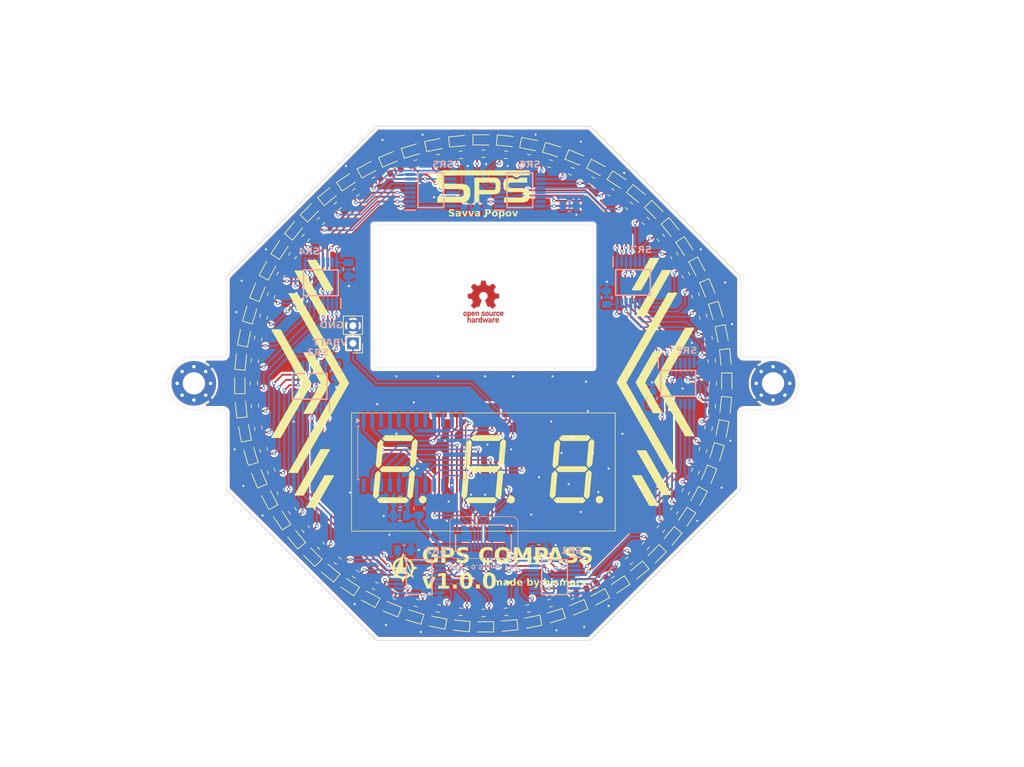
<source format=kicad_pcb>
(kicad_pcb (version 20241229) (generator "pcbnew") (generator_version "9.0")
  (layers (0 "F.Cu" signal) (2 "B.Cu" signal) (13 "F.Paste" user) (15 "B.Paste" user) (5 "F.SilkS" user "F.Silkscreen") (7 "B.SilkS" user "B.Silkscreen") (1 "F.Mask" user) (3 "B.Mask" user) (25 "Edge.Cuts" user))
  (net 0 "")
  (net 1 "Net-(D1-A)")
  (net 2 "Net-(D2-A)")
  (net 3 "+5V")
  (net 4 "GND")
  (net 5 "Net-(U2-ISET)")
  (net 6 "/SEG_DP")
  (net 7 "/SEG_B")
  (net 8 "/SEG_C")
  (net 9 "/SEG_G")
  (net 10 "/SEG_F")
  (net 11 "/DIG_1")
  (net 12 "/DIG_3")
  (net 13 "/SEG_E")
  (net 14 "/SEG_A")
  (net 15 "/SEG_D")
  (net 16 "/DIG_2")
  (net 23 "Net-(D3-A)")
  (net 24 "Net-(D4-A)")
  (net 25 "Net-(D5-A)")
  (net 26 "Net-(D6-A)")
  (net 27 "Net-(D7-A)")
  (net 28 "Net-(D8-A)")
  (net 29 "Net-(D9-A)")
  (net 30 "Net-(D10-A)")
  (net 31 "Net-(D11-A)")
  (net 32 "Net-(D12-A)")
  (net 33 "Net-(D13-A)")
  (net 34 "Net-(D14-A)")
  (net 35 "Net-(D15-A)")
  (net 36 "Net-(D16-A)")
  (net 37 "Net-(D17-A)")
  (net 38 "Net-(D18-A)")
  (net 39 "Net-(D19-A)")
  (net 40 "Net-(D20-A)")
  (net 41 "Net-(D21-A)")
  (net 42 "Net-(D22-A)")
  (net 43 "Net-(D23-A)")
  (net 44 "Net-(D24-A)")
  (net 45 "Net-(D25-A)")
  (net 46 "Net-(D26-A)")
  (net 47 "Net-(D27-A)")
  (net 48 "Net-(D28-A)")
  (net 49 "Net-(D29-A)")
  (net 50 "Net-(D30-A)")
  (net 51 "Net-(D31-A)")
  (net 52 "Net-(D32-A)")
  (net 53 "Net-(D33-A)")
  (net 54 "Net-(D34-A)")
  (net 55 "Net-(D35-A)")
  (net 56 "Net-(D36-A)")
  (net 57 "Net-(D37-A)")
  (net 58 "Net-(D38-A)")
  (net 59 "Net-(D39-A)")
  (net 60 "Net-(D40-A)")
  (net 61 "Net-(D41-A)")
  (net 62 "Net-(D42-A)")
  (net 63 "Net-(D43-A)")
  (net 64 "Net-(D44-A)")
  (net 65 "Net-(D45-A)")
  (net 66 "Net-(D46-A)")
  (net 67 "Net-(D47-A)")
  (net 68 "Net-(D48-A)")
  (net 69 "Net-(D49-A)")
  (net 70 "Net-(D50-A)")
  (net 71 "Net-(D51-A)")
  (net 72 "Net-(D52-A)")
  (net 73 "Net-(D53-A)")
  (net 74 "Net-(D54-A)")
  (net 75 "Net-(D55-A)")
  (net 76 "Net-(D56-A)")
  (net 77 "Net-(D57-A)")
  (net 78 "Net-(D58-A)")
  (net 79 "Net-(D59-A)")
  (net 80 "Net-(D60-A)")
  (net 81 "Net-(D61-A)")
  (net 82 "Net-(D62-A)")
  (net 83 "Net-(D63-A)")
  (net 84 "Net-(D64-A)")
  (net 85 "/LED_1")
  (net 86 "/LED_3")
  (net 87 "/LED_8")
  (net 88 "+3V3")
  (net 89 "/SIOUT_1")
  (net 90 "/LED_7")
  (net 91 "/LED_5")
  (net 92 "/LED_4")
  (net 94 "/LED_2")
  (net 95 "/LED_6")
  (net 96 "/LED_12")
  (net 97 "/LED_13")
  (net 98 "/LED_10")
  (net 100 "/LED_15")
  (net 101 "/SIOUT_2")
  (net 102 "/LED_9")
  (net 103 "/LED_16")
  (net 104 "/LED_14")
  (net 105 "/LED_11")
  (net 106 "/LED_22")
  (net 108 "/LED_24")
  (net 109 "/LED_18")
  (net 110 "/LED_21")
  (net 111 "/LED_23")
  (net 112 "/LED_19")
  (net 113 "/LED_20")
  (net 114 "/SIOUT_3")
  (net 115 "/LED_17")
  (net 116 "/LED_31")
  (net 117 "/LED_32")
  (net 118 "/LED_29")
  (net 119 "/LED_27")
  (net 120 "/SIOUT_4")
  (net 121 "/LED_25")
  (net 123 "/LED_26")
  (net 124 "/LED_30")
  (net 125 "/LED_28")
  (net 126 "/LED_40")
  (net 127 "/LED_37")
  (net 128 "/LED_38")
  (net 129 "/LED_36")
  (net 130 "/LED_35")
  (net 131 "/LED_34")
  (net 132 "/LED_39")
  (net 133 "/LED_33")
  (net 134 "/SIOUT_5")
  (net 136 "/LED_42")
  (net 137 "/LED_48")
  (net 138 "/LED_44")
  (net 139 "/LED_45")
  (net 140 "/SIOUT_6")
  (net 142 "/LED_47")
  (net 143 "/LED_43")
  (net 144 "/LED_41")
  (net 145 "/LED_46")
  (net 146 "/LED_51")
  (net 147 "/LED_56")
  (net 148 "/LED_49")
  (net 149 "/SIOUT_7")
  (net 150 "/LED_50")
  (net 151 "/LED_53")
  (net 152 "/LED_55")
  (net 153 "/LED_54")
  (net 155 "/LED_52")
  (net 156 "/LED_58")
  (net 158 "/LED_64")
  (net 159 "/LED_57")
  (net 160 "/LED_62")
  (net 161 "/LED_61")
  (net 163 "/LED_60")
  (net 164 "/LED_63")
  (net 165 "/LED_59")
  (net 168 "VBATT")
  (net 169 "/CLK_SPI")
  (net 170 "/MOSI_SPI")
  (net 171 "/SI_SR")
  (net 172 "/~{CS}_SPI")
  (net 173 "/LATCH_SR")
  (net 174 "/CLK_SR")
  (footprint "LED_SMD:LED_0603_1608Metric" (layer "F.Cu") (at 145.1 71)
    (property "Reference" "D1" (hide yes))
    (property "Value" "LED_Small" (hide yes))
  )
  (footprint "LED_SMD:LED_0603_1608Metric" (layer "F.Cu") (at 114.232755 89.501114 61.875)
    (property "Reference" "D54" (hide yes))
    (property "Value" "LED_Small" (hide yes))
  )
  (footprint "LED_SMD:LED_0603_1608Metric" (layer "F.Cu") (at 158.49392 73.664216 -22.5)
    (property "Reference" "D5" (hide yes))
    (property "Value" "LED_Small" (hide yes))
  )
  (footprint "LED_SMD:LED_0603_1608Metric" (layer "F.Cu") (at 167.303764 133.055365 -140.625)
    (property "Reference" "D26" (hide yes))
    (property "Value" "LED_Small" (hide yes))
  )
  (footprint "LED_SMD:LED_0603_1608Metric" (layer "F.Cu") (at 151.928161 140.327484 -168.75)
    (property "Reference" "D31" (hide yes))
    (property "Value" "LED_Small" (hide yes))
  )
  (footprint "Resistor_SMD:R_0603_1608Metric" (layer "F.Cu") (at 151.549417 138.362418 -168.75)
    (property "Reference" "R31" (hide yes))
    (property "Value" "220" (hide yes))
  )
  (footprint "MountingHole:MountingHole_3.2mm_M3_Pad_Via" (layer "F.Cu") (at 186.75 106)
    (property "Reference" "H1" (hide yes))
    (property "Value" "M3")
  )
  (footprint "gps-compass_brd:OSK3056A-LR" (layer "F.Cu") (at 145.111437 118.746503)
    (property "Reference" "U1" (hide yes))
    (property "Value" "OSK3056A-LR" (hide yes))
  )
  (footprint "Resistor_SMD:R_0603_1608Metric" (layer "F.Cu") (at 151.549417 73.630589 -11.25)
    (property "Reference" "R3" (hide yes))
    (property "Value" "220" (hide yes))
  )
  (footprint "LED_SMD:LED_0603_1608Metric" (layer "F.Cu") (at 122.896235 133.055365 140.625)
    (property "Reference" "D40" (hide yes))
    (property "Value" "LED_Small" (hide yes))
  )
  (footprint "LED_SMD:LED_0603_1608Metric" (layer "F.Cu") (at 112.764216 119.39392 112.5)
    (property "Reference" "D45" (hide yes))
    (property "Value" "LED_Small" (hide yes))
  )
  (footprint "Resistor_SMD:R_0603_1608Metric" (layer "F.Cu") (at 121.776913 82.66198 45)
    (property "Reference" "R57" (hide yes))
    (property "Value" "220" (hide yes))
  )
  (footprint "Resistor_SMD:R_0603_1608Metric" (layer "F.Cu") (at 177.477351 99.558523 -78.75)
    (property "Reference" "R15" (hide yes))
    (property "Value" "220" (hide yes))
  )
  (footprint "Resistor_SMD:R_0603_1608Metric" (layer "F.Cu") (at 172.549934 87.662686 -56.25)
    (property "Reference" "R11" (hide yes))
    (property "Value" "220" (hide yes))
  )
  (footprint "LED_SMD:LED_0603_1608Metric" (layer "F.Cu") (at 122.896235 78.944634 39.375)
    (property "Reference" "D58" (hide yes))
    (property "Value" "LED_Small" (hide yes))
  )
  (footprint "Resistor_SMD:R_0603_1608Metric" (layer "F.Cu") (at 145.111437 138.996503 180)
    (property "Reference" "R33" (hide yes))
    (property "Value" "220" (hide yes))
  )
  (footprint "LED_SMD:LED_0603_1608Metric" (layer "F.Cu") (at 155.259963 72.507088 -16.875)
    (property "Reference" "D4" (hide yes))
    (property "Value" "LED_Small" (hide yes))
  )
  (footprint "Resistor_SMD:R_0603_1608Metric" (layer "F.Cu") (at 177.952532 109.231069 -95.625)
    (property "Reference" "R18" (hide yes))
    (property "Value" "220" (hide yes))
  )
  (footprint "Resistor_SMD:R_0603_1608Metric" (layer "F.Cu") (at 119.602092 85.061525 50.625)
    (property "Reference" "R56" (hide yes))
    (property "Value" "220" (hide yes))
  )
  (footprint "Resistor_SMD:R_0603_1608Metric" (layer "F.Cu") (at 126.777619 133.435001 146.25)
    (property "Reference" "R39" (hide yes))
    (property "Value" "220" (hide yes))
  )
  (footprint "LED_SMD:LED_0603_1608Metric" (layer "F.Cu") (at 169.848737 130.748737 -135)
    (property "Reference" "D25" (hide yes))
    (property "Value" "LED_Small" (hide yes))
  )
  (footprint "Resistor_SMD:R_0603_1608Metric" (layer "F.Cu") (at 163.445254 133.435001 -146.25)
    (property "Reference" "R27" (hide yes))
    (property "Value" "220" (hide yes))
  )
  (footprint "LED_SMD:LED_0603_1608Metric" (layer "F.Cu") (at 118.044634 128.203764 129.375)
    (property "Reference" "D42" (hide yes))
    (property "Value" "LED_Small" (hide yes))
  )
  (footprint "Resistor_SMD:R_0603_1608Metric" (layer "F.Cu") (at 129.555344 135.099905 151.875)
    (property "Reference" "R38" (hide yes))
    (property "Value" "220" (hide yes))
  )
  (footprint "LED_SMD:LED_0603_1608Metric" (layer "F.Cu") (at 167.303764 78.944634 -39.375)
    (property "Reference" "D8" (hide yes))
    (property "Value" "LED_Small" (hide yes))
  )
  (footprint "LED_SMD:LED_0603_1608Metric" (layer "F.Cu") (at 138.271838 71.672515 11.25)
    (property "Reference" "D63" (hide yes))
    (property "Value" "LED_Small" (hide yes))
  )
  (footprint "LED_SMD:LED_0603_1608Metric" (layer "F.Cu") (at 134.940036 139.492911 163.125)
    (property "Reference" "D36" (hide yes))
    (property "Value" "LED_Small" (hide yes))
  )
  (footprint "LED_SMD:LED_0603_1608Metric" (layer "F.Cu") (at 180.1 106 -90)
    (property "Reference" "D17" (hide yes))
    (property "Value" "LED_Small" (hide yes))
  )
  (footprint "LED_SMD:LED_0603_1608Metric" (layer "F.Cu") (at 110.268534 102.5694 84.375)
    (property "Reference" "D50" (hide yes))
    (property "Value" "LED_Small" (hide yes))
  )
  (footprint "Resistor_SMD:R_0603_1608Metric" (layer "F.Cu") (at 166.046415 80.487159 -39.375)
    (property "Reference" "R8" (hide yes))
    (property "Value" "220" (hide yes))
  )
  (footprint "LED_SMD:LED_0603_1608Metric" (layer "F.Cu") (at 125.655041 76.898563 33.75)
    (property "Reference" "D59" (hide yes))
    (property "Value" "LED_Small" (hide yes))
  )
  (footprint "Resistor_SMD:R_0603_1608Metric" (layer "F.Cu") (at 114.623412 93.36795 67.5)
    (property "Reference" "R53" (hide yes))
    (property "Value" "220" (hide yes))
  )
  (footprint "LED_SMD:LED_0603_1608Metric" (layer "F.Cu") (at 114.232755 122.498885 118.125)
    (property "Reference" "D44" (hide yes))
    (property "Value" "LED_Small" (hide yes))
  )
  (footprint "LED_SMD:LED_0603_1608Metric" (layer "F.Cu") (at 118.044634 83.796235 50.625)
    (property "Reference" "D56" (hide yes))
    (property "Value" "LED_Small" (hide yes))
  )
  (footprint "LED_SMD:LED_0603_1608Metric" (layer "F.Cu") (at 164.544958 76.898563 -33.75)
    (property "Reference" "D7" (hide yes))
    (property "Value" "LED_Small" (hide yes))
  )
  (footprint "Resistor_SMD:R_0603_1608Metric" (layer "F.Cu") (at 175.599461 118.625057 -112.5)
    (property "Reference" "R21" (hide yes))
    (property "Value" "220" (hide yes))
  )
  (footprint "LED_SMD:LED_0603_1608Metric" (layer "F.Cu") (at 120.351262 81.251262 45)
    (property "Reference" "D57" (hide yes))
    (property "Value" "LED_Small" (hide yes))
  )
  (footprint "Resistor_SMD:R_0603_1608Metric" (layer "F.Cu") (at 117.672939 124.330321 123.75)
    (property "Reference" "R43" (hide yes))
    (property "Value" "220" (hide yes))
  )
  (footprint "Resistor_SMD:R_0603_1608Metric" (layer "F.Cu") (at 168.44596 129.331027 -135)
    (property "Reference" "R25" (hide yes))
    (property "Value" "220" (hide yes))
  )
  (footprint "MountingHole:MountingHole_3.2mm_M3_Pad_Via" (layer "F.Cu") (at 103.5 106)
    (property "Reference" "H2" (hide yes))
    (property "Value" "M3")
  )
  (footprint "Resistor_SMD:R_0603_1608Metric" (layer "F.Cu") (at 166.046415 131.505848 -140.625)
    (property "Reference" "R26" (hide yes))
    (property "Value" "220" (hide yes))
  )
  (footprint "Resistor_SMD:R_0603_1608Metric" (layer "F.Cu") (at 119.602092 126.931482 129.375)
    (property "Reference" "R42" (hide yes))
    (property "Value" "220" (hide yes))
  )
  (footprint "Resistor_SMD:R_0603_1608Metric" (layer "F.Cu") (at 135.532042 137.575535 163.125)
    (property "Reference" "R36" (hide yes))
    (property "Value" "220" (hide yes))
  )
  (footprint "LED_SMD:LED_0603_1608Metric" (layer "F.Cu") (at 169.848737 81.251262 -45)
    (property "Reference" "D9" (hide yes))
    (property "Value" "LED_Small" (hide yes))
  )
  (footprint "Resistor_SMD:R_0603_1608Metric" (layer "F.Cu") (at 124.176458 131.505848 140.625)
    (property "Reference" "R40" (hide yes))
    (property "Value" "220" (hide yes))
  )
  (footprint "LED_SMD:LED_0603_1608Metric" (layer "F.Cu") (at 131.706079 73.664216 22.5)
    (property "Reference" "D61" (hide yes))
    (property "Value" "LED_Small" (hide yes))
  )
  (footprint "Resistor_SMD:R_0603_1608Metric" (layer "F.Cu") (at 112.270341 102.761938 84.375)
    (property "Reference" "R50" (hide yes))
    (property "Value" "220" (hide yes))
  )
  (footprint "Resistor_SMD:R_0603_1608Metric" (layer "F.Cu") (at 176.690468 96.417109 -73.125)
    (property "Reference" "R14" (hide yes))
    (property "Value" "220" (hide yes))
  )
  (footprint "Resistor_SMD:R_0603_1608Metric" (layer "F.Cu") (at 124.176458 80.487159 39.375)
    (property "Reference" "R58" (hide yes))
    (property "Value" "220" (hide yes))
  )
  (footprint "LED_SMD:LED_0603_1608Metric" (layer "F.Cu") (at 174.201436 86.555041 -56.25)
    (property "Reference" "D11" (hide yes))
    (property "Value" "LED_Small" (hide yes))
  )
  (footprint "LED_SMD:LED_0603_1608Metric" (layer "F.Cu") (at 178.592911 95.840036 -73.125)
    (property "Reference" "D14" (hide yes))
    (property "Value" "LED_Small" (hide yes))
  )
  (footprint "Resistor_SMD:R_0603_1608Metric" (layer "F.Cu") (at 116.008035 121.552596 118.125)
    (property "Reference" "R44" (hide yes))
    (property "Value" "220" (hide yes))
  )
  (footprint "Resistor_SMD:R_0603_1608Metric" (layer "F.Cu") (at 135.532042 74.417472 16.875)
    (property "Reference" "R62" (hide yes))
    (property "Value" "220" (hide yes))
  )
  (footprint "Resistor_SMD:R_0603_1608Metric" (layer "F.Cu") (at 177.477351 112.434484 -101.25)
    (property "Reference" "R19" (hide yes))
    (property "Value" "220" (hide yes))
  )
  (footprint "LED_SMD:LED_0603_1608Metric" (layer "F.Cu") (at 134.940036 72.507088 16.875)
    (property "Reference" "D62" (hide yes))
    (property "Value" "LED_Small" (hide yes))
  )
  (footprint "LED_SMD:LED_0603_1608Metric" (layer "F.Cu") (at 174.201436 125.444958 -123.75)
    (property "Reference" "D23" (hide yes))
    (property "Value" "LED_Small" (hide yes))
  )
  (footprint "LED_SMD:LED_0603_1608Metric" (layer "F.Cu") (at 141.6694 140.831465 174.375)
    (property "Reference" "D34" (hide yes))
    (property "Value" "LED_Small" (hide yes))
  )
  (footprint "LED_SMD:LED_0603_1608Metric" (layer "F.Cu") (at 110.1 106 90)
    (property "Reference" "D49" (hide yes))
    (property "Value" "LED_Small" (hide yes))
  )
  (footprint "LED_SMD:LED_0603_1608Metric" (layer "F.Cu") (at 164.544958 135.101436 -146.25)
    (property "Reference" "D27" (hide yes))
    (property "Value" "LED_Small" (hide yes))
  )
  (footprint "Resistor_SMD:R_0603_1608Metric" (layer "F.Cu") (at 163.445254 78.558006 -33.75)
    (property "Reference" "R7" (hide yes))
    (property "Value" "220" (hide yes))
  )
  (footprint "Resistor_SMD:R_0603_1608Metric" (layer "F.Cu") (at 141.876871 73.155408 5.625)
    (property "Reference" "R64" (hide yes))
    (property "Value" "220" (hide yes))
  )
  (footprint "LED_SMD:LED_0603_1608Metric" (layer "F.Cu") (at 110.268534 109.430599 95.625)
    (property "Reference" "D48" (hide yes))
    (property "Value" "LED_Small" (hide yes))
  )
  (footprint "sumec_graphic:COMPASS_IMG" (layer "F.Cu") (at 132.556979 133.859002)
    (property "Reference" "G***" (hide yes))
    (property "Value" "LOGO" (hide yes))
  )
  (footprint "Resistor_SMD:R_0603_1608Metric" (layer "F.Cu") (at 132.482883 75.508479 22.5)
    (property "Reference" "R61" (hide yes))
    (property "Value" "220" (hide yes))
  )
  (footprint "Resistor_SMD:R_0603_1608Metric" (layer "F.Cu") (at 176.690468 115.575898 -106.875)
    (property "Reference" "R20" (hide yes))
    (property "Value" "220" (hide yes))
  )
  (footprint "Resistor_SMD:R_0603_1608Metric" (layer "F.Cu") (at 148.346002 73.155408 -5.625)
    (property "Reference" "R2" (hide yes))
    (property "Value" "220" (hide yes))
  )
  (footprint "LED_SMD:LED_0603_1608Metric" (layer "F.Cu") (at 141.6694 71.168534 5.625)
    (property "Reference" "D64" (hide yes))
    (property "Value" "LED_Small" (hide yes))
  )
  (footprint "LED_SMD:LED_0603_1608Metric" (layer "F.Cu") (at 115.998563 86.555041 56.25)
    (property "Reference" "D55" (hide yes))
    (property "Value" "LED_Small" (hide yes))
  )
  (footprint "Resistor_SMD:R_0603_1608Metric" (layer "F.Cu") (at 170.620781 85.061525 -50.625)
    (property "Reference" "R10" (hide yes))
    (property "Value" "220" (hide yes))
  )
  (footprint "Resistor_SMD:R_0603_1608Metric" (layer "F.Cu") (at 177.952532 102.761938 -84.375)
    (property "Reference" "R16" (hide yes))
    (property "Value" "220" (hide yes))
  )
  (footprint "LED_SMD:LED_0603_1608Metric" (layer "F.Cu") (at 177.435783 92.606079 -67.5)
    (property "Reference" "D13" (hide yes))
    (property "Value" "LED_Small" (hide yes))
  )
  (footprint "Resistor_SMD:R_0603_1608Metric" (layer "F.Cu") (at 145.111437 72.996503)
    (property "Reference" "R1" (hide yes))
    (property "Value" "220" (hide yes))
  )
  (footprint "Resistor_SMD:R_0603_1608Metric" (layer "F.Cu") (at 141.876871 138.837599 174.375)
    (property "Reference" "R34" (hide yes))
    (property "Value" "220" (hide yes))
  )
  (footprint "LED_SMD:LED_0603_1608Metric" (layer "F.Cu") (at 151.928161 71.672515 -11.25)
    (property "Reference" "D3" (hide yes))
    (property "Value" "LED_Small" (hide yes))
  )
  (footprint "Resistor_SMD:R_0603_1608Metric" (layer "F.Cu") (at 148.346002 138.837599 -174.375)
    (property "Reference" "R32" (hide yes))
    (property "Value" "220" (hide yes))
  )
  (footprint "LED_SMD:LED_0603_1608Metric" (layer "F.Cu") (at 175.967244 122.498885 -118.125)
    (property "Reference" "D22" (hide yes))
    (property "Value" "LED_Small" (hide yes))
  )
  (footprint "Resistor_SMD:R_0603_1608Metric" (layer "F.Cu") (at 112.745522 112.434484 101.25)
    (property "Reference" "R47" (hide yes))
    (property "Value" "220" (hide yes))
  )
  (footprint "Resistor_SMD:R_0603_1608Metric" (layer "F.Cu") (at 112.745522 99.558523 78.75)
    (property "Reference" "R51" (hide yes))
    (property "Value" "220" (hide yes))
  )
  (footprint "Resistor_SMD:R_0603_1608Metric" (layer "F.Cu") (at 117.672939 87.662686 56.25)
    (property "Reference" "R55" (hide yes))
    (property "Value" "220" (hide yes))
  )
  (footprint "LED_SMD:LED_0603_1608Metric" (layer "F.Cu") (at 155.259963 139.492911 -163.125)
    (property "Reference" "D30" (hide yes))
    (property "Value" "LED_Small" (hide yes))
  )
  (footprint "LED_SMD:LED_0603_1608Metric" (layer "F.Cu") (at 158.49392 138.335783 -157.5)
    (property "Reference" "D29" (hide yes))
    (property "Value" "LED_Small" (hide yes))
  )
  (footprint "LED_SMD:LED_0603_1608Metric" (layer "F.Cu") (at 179.931465 109.430599 -95.625)
    (property "Reference" "D18" (hide yes))
    (property "Value" "LED_Small" (hide yes))
  )
  (footprint "LED_SMD:LED_0603_1608Metric" (layer "F.Cu") (at 172.155365 83.796235 -50.625)
    (property "Reference" "D10" (hide yes))
    (property "Value" "LED_Small" (hide yes))
  )
  (footprint "LED_SMD:LED_0603_1608Metric" (layer "F.Cu") (at 177.435783 119.39392 -112.5)
    (property "Reference" "D21" (hide yes))
    (property "Value" "LED_Small" (hide yes))
  )
  (footprint "Resistor_SMD:R_0603_1608Metric" (layer "F.Cu") (at 114.623412 118.625057 112.5)
    (property "Reference" "R45" (hide yes))
    (property "Value" "220" (hide yes))
  )
  (footprint "LED_SMD:LED_0603_1608Metric" (layer "F.Cu") (at 179.931465 102.5694 -84.375)
    (property "Reference" "D16" (hide yes))
    (property "Value" "LED_Small" (hide yes))
  )
  (footprint "LED_SMD:LED_0603_1608Metric" (layer "F.Cu") (at 175.967244 89.501114 -61.875)
    (property "Reference" "D12" (hide yes))
    (property "Value" "LED_Small" (hide yes))
  )
  (footprint "Resistor_SMD:R_0603_1608Metric" (layer "F.Cu") (at 168.44596 82.66198 -45)
    (property "Reference" "R9" (hide yes))
    (property "Value" "220" (hide yes))
  )
  (footprint "LED_SMD:LED_0603_1608Metric" (layer "F.Cu") (at 128.601114 136.867244 151.875)
    (property "Reference" "D38" (hide yes))
    (property "Value" "LED_Small" (hide yes))
  )
  (footprint "LED_SMD:LED_0603_1608Metric" (layer "F.Cu") (at 148.530599 71.168534 -5.625)
    (property "Reference" "D2" (hide yes))
    (property "Value" "LED_Small" (hide yes))
  )
  (footprint "LED_SMD:LED_0603_1608Metric" (layer "F.Cu") (at 111.607088 95.840036 73.125)
    (property "Reference" "D52" (hide yes))
    (property "Value" "LED_Small" (hide yes))
  )
  (footprint "Resistor_SMD:R_0603_1608Metric" (layer "F.Cu") (at 157.73999 136.484528 -157.5)
    (property "Reference" "R29" (hide yes))
    (property "Value" "220" (hide yes))
  )
  (footprint "Resistor_SMD:R_0603_1608Metric" (layer "F.Cu") (at 157.73999 75.508479 -22.5)
    (property "Reference" "R5" (hide yes))
    (property "Value" "220" (hide yes))
  )
  (footprint "LED_SMD:LED_0603_1608Metric" (layer "F.Cu") (at 178.592911 116.159963 -106.875)
    (property "Reference" "D20" (hide yes))
    (property "Value" "LED_Small" (hide yes))
  )
  (footprint "LED_SMD:LED_0603_1608Metric" (layer "F.Cu") (at 110.772515 112.828161 101.25)
    (property "Reference" "D47" (hide yes))
    (property "Value" "LED_Small" (hide yes))
  )
  (footprint "Resistor_SMD:R_0603_1608Metric" (layer "F.Cu") (at 174.214838 90.440411 -61.875)
    (property "Reference" "R12" (hide yes))
    (property "Value" "220" (hide yes))
  )
  (footprint "LED_SMD:LED_0603_1608Metric" (layer "F.Cu") (at 111.607088 116.159963 106.875)
    (property "Reference" "D46" (hide yes))
    (property "Value" "LED_Small" (hide yes))
  )
  (footprint "LED_SMD:LED_0603_1608Metric" (layer "F.Cu") (at 120.351262 130.748737 135)
    (property "Reference" "D41" (hide yes))
    (property "Value" "LED_Small" (hide yes))
  )
  (footprint "Resistor_SMD:R_0603_1608Metric" (layer "F.Cu") (at 172.549934 124.330321 -123.75)
    (property "Reference" "R23" (hide yes))
    (property "Value" "220" (hide yes))
  )
  (footprint "Resistor_SMD:R_0603_1608Metric" (layer "F.Cu") (at 112.111437 105.996504 90)
    (property "Reference" "R49" (hide yes))
    (property "Value" "220" (hide yes))
  )
  (footprint "Resistor_SMD:R_0603_1608Metric" (layer "F.Cu") (at 154.690831 137.575535 -163.125)
    (property "Reference" "R30" (hide yes))
    (property "Value" "220" (hide yes))
  )
  (footprint "Resistor_SMD:R_0603_1608Metric" (layer "F.Cu") (at 129.555344 76.893102 28.125)
    (property "Reference" "R60" (hide yes))
    (property "Value" "220" (hide yes))
  )
  (footprint "Resistor_SMD:R_0603_1608Metric" (layer "F.Cu") (at 121.776913 129.331027 135)
    (property "Reference" "R41" (hide yes))
    (property "Value" "220" (hide yes))
  )
  (footprint "LED_SMD:LED_0603_1608Metric" (layer "F.Cu") (at 161.598885 75.132755 -28.125)
    (property "Reference" "D6" (hide yes))
    (property "Value" "LED_Small" (hide yes))
  )
  (footprint "Connector_PinHeader_2.54mm:PinHeader_1x02_P2.54mm_Vertical" (layer "F.Cu") (at 126.361437 100.246503 180)
    (property "Reference" "J2" (hide yes))
    (property "Value" "INDICATOR" (hide yes))
  )
  (footprint "Resistor_SMD:R_0603_1608Metric" (layer "F.Cu") (at 126.777619 78.558006 33.75)
    (property "Reference" "R59" (hide yes))
    (property "Value" "220" (hide yes))
  )
  (footprint "Resistor_SMD:R_0603_1608Metric" (layer "F.Cu") (at 170.620781 126.931482 -129.375)
    (property "Reference" "R24" (hide yes))
    (property "Value" "220" (hide yes))
  )
  (footprint "Resistor_SMD:R_0603_1608Metric" (layer "F.Cu") (at 154.690831 74.417472 -16.875)
    (property "Reference" "R4" (hide yes))
    (property "Value" "220" (hide yes))
  )
  (footprint "LED_SMD:LED_0603_1608Metric" (layer "F.Cu") (at 148.530599 140.831465 -174.375)
    (property "Reference" "D32" (hide yes))
    (property "Value" "LED_Small" (hide yes))
  )
  (footprint "LED_SMD:LED_0603_1608Metric" (layer "F.Cu") (at 115.998563 125.444958 123.75)
    (property "Reference" "D43" (hide yes))
    (property "Value" "LED_Small" (hide yes))
  )
  (footprint "Resistor_SMD:R_0603_1608Metric" (layer "F.Cu") (at 113.532405 96.417109 73.125)
    (property "Reference" "R52" (hide yes))
    (property "Value" "220" (hide yes))
  )
  (footprint "LED_SMD:LED_0603_1608Metric" (layer "F.Cu") (at 131.706079 138.335783 157.5)
    (property "Reference" "D37" (hide yes))
    (property "Value" "LED_Small" (hide yes))
  )
  (footprint "Resistor_SMD:R_0603_1608Metric" (layer "F.Cu") (at 132.482883 136.484528 157.5)
    (property "Reference" "R37" (hide yes))
    (property "Value" "220" (hide yes))
  )
  (footprint "LED_SMD:LED_0603_1608Metric" (layer "F.Cu") (at 138.271838 140.327484 168.75)
    (property "Reference" "D35" (hide yes))
    (property "Value" "LED_Small" (hide yes))
  )
  (footprint "LED_SMD:LED_0603_1608Metric" (layer "F.Cu") (at 125.655041 135.101436 146.25)
    (property "Reference" "D39" (hide yes))
    (property "Value" "LED_Small" (hide yes))
  )
  (footprint "Resistor_SMD:R_0603_1608Metric" (layer "F.Cu") (at 113.532405 115.575898 106.875)
    (property "Reference" "R46" (hide yes))
    (property "Value" "220" (hide yes))
  )
  (footprint "Symbol:OSHW-Logo_5.7x6mm_Copper" (layer "F.Cu") (at 145.111437 94.246503)
    (property "Reference" "REF**" (hide yes))
    (property "Value" "OSHW-Logo_5.7x6mm_Copper" (hide yes))
  )
  (footprint "Resistor_SMD:R_0603_1608Metric" (layer "F.Cu") (at 138.673456 138.362418 168.75)
    (property "Reference" "R35" (hide yes))
    (property "Value" "220" (hide yes))
  )
  (footprint "Resistor_SMD:R_0603_1608Metric" (layer "F.Cu") (at 174.214838 121.552596 -118.125)
    (property "Reference" "R22" (hide yes))
    (property "Value" "220" (hide yes))
  )
  (footprint "LED_SMD:LED_0603_1608Metric" (layer "F.Cu") (at 161.598885 136.867244 -151.875)
    (property "Reference" "D28" (hide yes))
    (property "Value" "LED_Small" (hide yes))
  )
  (footprint "LED_SMD:LED_0603_1608Metric" (layer "F.Cu") (at 112.764216 92.606079 67.5)
    (property "Reference" "D53" (hide yes))
    (property "Value" "LED_Small" (hide yes))
  )
  (footprint "LED_SMD:LED_0603_1608Metric" (layer "F.Cu") (at 145.1 141 180)
    (property "Reference" "D33" (hide yes))
    (property "Value" "LED_Small" (hide yes))
  )
  (footprint "Resistor_SMD:R_0603_1608Metric" (layer "F.Cu") (at 175.599461 93.36795 -67.5)
    (property "Reference" "R13" (hide yes))
    (property "Value" "220" (hide yes))
  )
  (footprint "Resistor_SMD:R_0603_1608Metric" (layer "F.Cu") (at 112.270341 109.231069 95.625)
    (property "Reference" "R48" (hide yes))
    (property "Value" "220" (hide yes))
  )
  (footprint "LED_SMD:LED_0603_1608Metric" (layer "F.Cu") (at 110.772515 99.171838 78.75)
    (property "Reference" "D51" (hide yes))
    (property "Value" "LED_Small" (hide yes))
  )
  (footprint "sumec_graphic:SPS_LOGO_IMG" (layer "F.Cu") (at 144.830181 77.422844)
    (property "Reference" "G***" (hide yes))
    (property "Value" "LOGO" (hide yes))
  )
  (footprint "Resistor_SMD:R_0603_1608Metric" (layer "F.Cu") (at 138.673456 73.630589 11.25)
    (property "Reference" "R63" (hide yes))
    (property "Value" "220" (hide yes))
  )
  (footprint "LED_SMD:LED_0603_1608Metric" (layer "F.Cu") (at 179.427484 99.171838 -78.75)
    (property "Reference" "D15" (hide yes))
    (property "Value" "LED_Small" (hide yes))
  )
  (footprint "LED_SMD:LED_0603_1608Metric" (layer "F.Cu") (at 179.427484 112.828161 -101.25)
    (property "Reference" "D19" (hide yes))
    (property "Value" "LED_Small" (hide yes))
  )
  (footprint "Resistor_SMD:R_0603_1608Metric" (layer "F.Cu") (at 116.008035 90.440411 61.875)
    (property "Reference" "R54" (hide yes))
    (property "Value" "220" (hide yes))
  )
  (footprint "Resistor_SMD:R_0603_1608Metric" (layer "F.Cu") (at 160.667529 76.893102 -28.125)
    (property "Reference" "R6" (hide yes))
    (property "Value" "220" (hide yes))
  )
  (footprint "Resistor_SMD:R_0603_1608Metric" (layer "F.Cu") (at 160.667529 135.099905 -151.875)
    (property "Reference" "R28" (hide yes))
    (property "Value" "220" (hide yes))
  )
  (footprint "Resistor_SMD:R_0603_1608Metric" (layer "F.Cu") (at 178.111437 105.996503 -90)
    (property "Reference" "R17" (hide yes))
    (property "Value" "220" (hide yes))
  )
  (footprint "LED_SMD:LED_0603_1608Metric" (layer "F.Cu") (at 128.601114 75.132755 28.125)
    (property "Reference" "D60" (hide yes))
    (property "Value" "LED_Small" (hide yes))
  )
  (footprint "LED_SMD:LED_0603_1608Metric" (layer "F.Cu") (at 172.155365 128.203764 -129.375)
    (property "Reference" "D24" (hide yes))
    (property "Value" "LED_Small" (hide yes))
  )
  (footprint "gps-compass_brd:SOP65P640X120-16N" (layer "B.Cu") (at 150.361437 78.246503)
    (property "Reference" "IC1" (hide yes))
    (property "Value" "74VHC9595FT" (hide yes))
  )
  (footprint "Capacitor_SMD:C_0805_2012Metric" (layer "B.Cu") (at 157.5 80.5 180)
    (property "Reference" "C1" (hide yes))
    (property "Value" "100n" (hide yes))
  )
  (footprint "Capacitor_SMD:C_0805_2012Metric" (layer "B.Cu") (at 133.161437 122.996503)
    (property "Reference" "C9" (hide yes))
    (property "Value" "10u" (hide yes))
  )
  (footprint "Capacitor_SMD:C_0805_2012Metric" (layer "B.Cu") (at 153.110187 129.955256 180)
    (property "Reference" "C4" (hide yes))
    (property "Value" "100n" (hide yes))
  )
  (footprint "gps-compass_brd:GCT_FFC2B28-12-G" (layer "B.Cu") (at 145.111437 128.246503)
    (property "Reference" "J1" (hide yes))
    (property "Value" "FFC2B28-12-G" (hide yes))
  )
  (footprint "Capacitor_SMD:C_0805_2012Metric" (layer "B.Cu") (at 133.111437 124.996503)
    (property "Reference" "C10" (hide yes))
    (property "Value" "100n" (hide yes))
  )
  (footprint "Capacitor_SMD:C_0805_2012Metric" (layer "B.Cu") (at 143.25 81 180)
    (property "Reference" "C8" (hide yes))
    (property "Value" "100n" (hide yes))
  )
  (footprint "Capacitor_SMD:C_0805_2012Metric" (layer "B.Cu") (at 133.715127 129.999023 180)
    (property "Reference" "C5" (hide yes))
    (property "Value" "100n" (hide yes))
  )
  (footprint "Resistor_SMD:R_0805_2012Metric" (layer "B.Cu") (at 135.861437 123.996503 90)
    (property "Reference" "R65" (hide yes))
    (property "Value" "10k" (hide yes))
  )
  (footprint "gps-compass_brd:SOP65P640X120-16N" (layer "B.Cu") (at 173.111437 105.996503 -90)
    (property "Reference" "IC3" (hide yes))
    (property "Value" "74VHC9595FT" (hide yes))
  )
  (footprint "Capacitor_SMD:C_0805_2012Metric" (layer "B.Cu") (at 169.308875 108.175174 -90)
    (property "Reference" "C3" (hide yes))
    (property "Value" "100n" (hide yes))
  )
  (footprint "gps-compass_brd:SOP65P640X120-16N" (layer "B.Cu") (at 120.142 106.426 90)
    (property "Reference" "IC6" (hide yes))
    (property "Value" "74VHC9595FT" (hide yes))
  )
  (footprint "Capacitor_SMD:C_0805_2012Metric" (layer "B.Cu") (at 162.830181 93.672844 -90)
    (property "Reference" "C2" (hide yes))
    (property "Value" "100n" (hide yes))
  )
  (footprint "Capacitor_SMD:C_0805_2012Metric" (layer "B.Cu") (at 123.940721 104.188728 90)
    (property "Reference" "C6" (hide yes))
    (property "Value" "100n" (hide yes))
  )
  (footprint "gps-compass_brd:SOP65P640X120-16N" (layer "B.Cu") (at 121.767 91.55 90)
    (property "Reference" "IC7" (hide yes))
    (property "Value" "74VHC9595FT" (hide yes))
  )
  (footprint "gps-compass_brd:SOP65P640X120-16N" (layer "B.Cu") (at 155.338 133.858 180)
    (property "Reference" "IC4" (hide yes))
    (property "Value" "74VHC9595FT" (hide yes))
  )
  (footprint "gps-compass_brd:SOP65P640X120-16N" (layer "B.Cu") (at 137.556437 78.246503)
    (property "Reference" "IC8" (hide yes))
    (property "Value" "74VHC9595FT" (hide yes))
  )
  (footprint "gps-compass_brd:SOP65P640X120-16N" (layer "B.Cu") (at 166.611437 91.496503 -90)
    (property "Reference" "IC2" (hide yes))
    (property "Value" "74VHC9595FT" (hide yes))
  )
  (footprint "Capacitor_SMD:C_0805_2012Metric" (layer "B.Cu") (at 125.73 89.596 90)
    (property "Reference" "C7" (hide yes))
    (property "Value" "100n" (hide yes))
  )
  (footprint "Package_SO:SOP-24_7.5x15.4mm_P1.27mm" (layer "B.Cu") (at 134.861437 115.996503 -90)
    (property "Reference" "U2" (hide yes))
    (property "Value" "MAX7219" (hide yes))
  )
  (footprint "gps-compass_brd:SOP65P640X120-16N" (layer "B.Cu") (at 135.89 133.858 180)
    (property "Reference" "IC5" (hide yes))
    (property "Value" "74VHC9595FT" (hide yes))
  )
  (gr_poly (pts (xy 166.477776 92.589106) (xy 169.1062 88.007082) (xy 170.367677 88.007082) (xy 167.756782 92.589106)) (stroke (width 0.1)) (fill yes) (layer "F.SilkS"))
  (gr_poly (pts (xy 169.705782 105.76053) (xy 174.136729 98.036239) (xy 175.400542 98.036239) (xy 170.999143 105.76053)) (stroke (width 0.1)) (fill yes) (layer "F.SilkS"))
  (gr_poly (pts (xy 125.744972 105.918843) (xy 118.382552 93.084238) (xy 117.138291 93.084238) (xy 124.451611 105.918843)) (stroke (width 0.1)) (fill yes) (layer "F.SilkS"))
  (gr_poly (pts (xy 167.198371 115.672844) (xy 170.832143 122.007449) (xy 172.082143 122.007449) (xy 168.472605 115.672844)) (stroke (width 0.1)) (fill yes) (layer "F.SilkS"))
  (gr_poly (pts (xy 167.049934 105.841687) (xy 169.536428 101.507082) (xy 170.795036 101.507082) (xy 168.325124 105.841687)) (stroke (width 0.1)) (fill yes) (layer "F.SilkS"))
  (gr_poly (pts (xy 125.75 106) (xy 118.38758 118.834605) (xy 117.143319 118.834605) (xy 124.456639 106)) (stroke (width 0.1)) (fill yes) (layer "F.SilkS"))
  (gr_poly (pts (xy 123.020191 105.918843) (xy 120.533695 101.584238) (xy 119.275088 101.584238) (xy 121.745001 105.918843)) (stroke (width 0.1)) (fill yes) (layer "F.SilkS"))
  (gr_poly (pts (xy 122.876782 96.168843) (xy 119.24301 89.834238) (xy 117.99301 89.834238) (xy 121.602548 96.168843)) (stroke (width 0.1)) (fill yes) (layer "F.SilkS"))
  (gr_poly (pts (xy 123.597377 119.252581) (xy 120.968953 123.834605) (xy 119.707476 123.834605) (xy 122.318371 119.252581)) (stroke (width 0.1)) (fill yes) (layer "F.SilkS"))
  (gr_poly (pts (xy 167.049934 96.341687) (xy 170.827115 89.757082) (xy 172.077115 89.757082) (xy 168.325124 96.341687)) (stroke (width 0.1)) (fill yes) (layer "F.SilkS"))
  (gr_poly (pts (xy 167.054962 105.922844) (xy 169.541458 110.257449) (xy 170.800065 110.257449) (xy 168.330152 105.922844)) (stroke (width 0.1)) (fill yes) (layer "F.SilkS"))
  (gr_poly (pts (xy 120.369371 106.081157) (xy 115.938424 113.805448) (xy 114.674611 113.805448) (xy 119.07601 106.081157)) (stroke (width 0.1)) (fill yes) (layer "F.SilkS"))
  (gr_poly (pts (xy 164.325153 105.841687) (xy 171.687573 93.007082) (xy 172.931834 93.007082) (xy 165.618514 105.841687)) (stroke (width 0.1)) (fill yes) (layer "F.SilkS"))
  (gr_poly (pts (xy 166.526688 119.251928) (xy 168.997137 123.55856) (xy 170.259376 123.55856) (xy 167.805403 119.251928)) (stroke (width 0.1)) (fill yes) (layer "F.SilkS"))
  (gr_poly (pts (xy 123.025219 115.5) (xy 119.248038 122.084605) (xy 117.998038 122.084605) (xy 121.750029 115.5)) (stroke (width 0.1)) (fill yes) (layer "F.SilkS"))
  (gr_poly (pts (xy 123.025219 106) (xy 120.538725 110.334605) (xy 119.280117 110.334605) (xy 121.750029 106)) (stroke (width 0.1)) (fill yes) (layer "F.SilkS"))
  (gr_poly (pts (xy 169.71081 105.841687) (xy 174.138162 113.559708) (xy 175.401996 113.559708) (xy 171.004171 105.841687)) (stroke (width 0.1)) (fill yes) (layer "F.SilkS"))
  (gr_poly (pts (xy 164.330181 105.922844) (xy 171.692601 118.757449) (xy 172.936862 118.757449) (xy 165.623542 105.922844)) (stroke (width 0.1)) (fill yes) (layer "F.SilkS"))
  (gr_poly (pts (xy 123.548465 92.589759) (xy 121.078016 88.283127) (xy 119.815777 88.283127) (xy 122.26975 92.589759)) (stroke (width 0.1)) (fill yes) (layer "F.SilkS"))
  (gr_poly (pts (xy 120.364343 106) (xy 115.936991 98.281979) (xy 114.673157 98.281979) (xy 119.070982 106)) (stroke (width 0.1)) (fill yes) (layer "F.SilkS"))
  (gr_line (start 149.580181 131.172844) (end 140.830181 131.172844) (stroke (width 0.1)) (layer "B.SilkS"))
  (gr_line (start 140.830181 125.172844) (end 140.330181 125.672844) (stroke (width 0.1)) (layer "B.SilkS"))
  (gr_line (start 140.830181 131.172844) (end 140.330181 130.672844) (stroke (width 0.1)) (layer "B.SilkS"))
  (gr_line (start 150.080181 130.672844) (end 150.080181 125.672844) (stroke (width 0.1)) (layer "B.SilkS"))
  (gr_line (start 149.580181 125.172844) (end 140.830181 125.172844) (stroke (width 0.1)) (layer "B.SilkS"))
  (gr_line (start 140.330181 130.672844) (end 140.330181 125.672844) (stroke (width 0.1)) (layer "B.SilkS"))
  (gr_line (start 149.580181 131.172844) (end 150.080181 130.672844) (stroke (width 0.1)) (layer "B.SilkS"))
  (gr_line (start 150.080181 125.672844) (end 149.580181 125.172844) (stroke (width 0.1)) (layer "B.SilkS"))
  (gr_line (start 186.75 109.75) (end 182.584558 109.75) (stroke (width 0.05)) (layer "Edge.Cuts"))
  (gr_line (start 182.080181 101.75) (end 182.080181 90.672844) (stroke (width 0.05)) (layer "Edge.Cuts"))
  (gr_rect (start 129.361437 83.246503) (end 160.861437 103.746503) (stroke (width 0.05)) (fill no) (layer "Edge.Cuts"))
  (gr_arc (start 182.080182 110.25) (mid 182.226629 109.896448) (end 182.580181 109.750001) (stroke (width 0.05)) (layer "Edge.Cuts"))
  (gr_line (start 129.817662 69.024999) (end 108.169818 90.672843) (stroke (width 0.1)) (layer "Edge.Cuts"))
  (gr_line (start 103.5 109.75) (end 107.6698 109.75) (stroke (width 0.05)) (layer "Edge.Cuts"))
  (gr_line (start 108.169799 110.25) (end 108.169818 121.287517) (stroke (width 0.05)) (layer "Edge.Cuts"))
  (gr_line (start 103.5 102.25) (end 107.665442 102.25) (stroke (width 0.05)) (layer "Edge.Cuts"))
  (gr_arc (start 108.169819 101.75) (mid 108.023372 102.103553) (end 107.669819 102.25) (stroke (width 0.05)) (layer "Edge.Cuts"))
  (gr_line (start 160.432336 142.935362) (end 182.080181 121.287518) (stroke (width 0.1)) (layer "Edge.Cuts"))
  (gr_line (start 182.080181 90.672844) (end 160.432337 69.025) (stroke (width 0.1)) (layer "Edge.Cuts"))
  (gr_line (start 129.817662 142.935362) (end 160.432336 142.935362) (stroke (width 0.1)) (layer "Edge.Cuts"))
  (gr_line (start 182.080181 110.25) (end 182.080181 121.287518) (stroke (width 0.05)) (layer "Edge.Cuts"))
  (gr_line (start 160.432337 69.025) (end 129.817662 69.024999) (stroke (width 0.1)) (layer "Edge.Cuts"))
  (gr_arc (start 103.5 109.75) (mid 99.75 106) (end 103.5 102.25) (stroke (width 0.05)) (layer "Edge.Cuts"))
  (gr_line (start 186.75 102.25) (end 182.580181 102.25) (stroke (width 0.05)) (layer "Edge.Cuts"))
  (gr_arc (start 107.6698 109.750001) (mid 108.023365 109.896441) (end 108.169818 110.25) (stroke (width 0.05)) (layer "Edge.Cuts"))
  (gr_arc (start 186.75 102.25) (mid 190.5 106) (end 186.75 109.75) (stroke (width 0.05)) (layer "Edge.Cuts"))
  (gr_line (start 108.169818 101.75) (end 108.169818 90.672843) (stroke (width 0.05)) (layer "Edge.Cuts"))
  (gr_line (start 108.169818 121.287518) (end 129.817662 142.935362) (stroke (width 0.1)) (layer "Edge.Cuts"))
  (gr_arc (start 182.580181 102.25) (mid 182.226628 102.103553) (end 182.080181 101.75) (stroke (width 0.05)) (layer "Edge.Cuts"))
  (gr_text "GPS COMPASS\nv1.0.0 -" (at 136.267994 135.873834 0) (layer "F.SilkS") (effects (font (size 2.2 2.2) (thickness 0.3) (bold yes)) (justify left bottom)))
  (gr_text "Savva Popov" (at 145.080181 82.172844 0) (layer "F.SilkS") (effects (font (size 1 1) (thickness 0.14) (bold yes)) (justify bottom)))
  (gr_text "made by bismarx" (at 146.45966 135.241792 0) (layer "F.SilkS") (effects (font (size 1 1) (thickness 0.14) (bold yes)) (justify left bottom)))
  (gr_text "SR2" (at 139.830181 130.672844 0) (layer "B.SilkS") (effects (font (size 1 1) (thickness 0.2) (bold yes)) (justify left bottom mirror)))
  (gr_text "12P - 0.5mm - FFC" (at 145.205181 131.922844 180) (layer "B.SilkS") (effects (font (size 0.7 0.7) (thickness 0.14) (bold yes)) (justify bottom mirror)))
  (gr_text "SR7" (at 169.330181 87.422844 0) (layer "B.SilkS") (effects (font (size 1 1) (thickness 0.2) (bold yes)) (justify left bottom mirror)))
  (gr_text "VBATT" (at 123.080181 100.172844 0) (layer "B.SilkS") (effects (font (size 1 1) (thickness 0.2) (bold yes)) (justify mirror)))
  (gr_text "SR3" (at 122.830181 102.172844 0) (layer "B.SilkS") (effects (font (size 1 1) (thickness 0.2) (bold yes)) (justify left bottom mirror)))
  (gr_text "SR8" (at 175.830181 101.922844 0) (layer "B.SilkS") (effects (font (size 1 1) (thickness 0.2) (bold yes)) (justify left bottom mirror)))
  (gr_text "SR1" (at 159.330181 130.672844 0) (layer "B.SilkS") (effects (font (size 1 1) (thickness 0.2) (bold yes)) (justify left bottom mirror)))
  (gr_text "SR5" (at 140.830181 75.172844 0) (layer "B.SilkS") (effects (font (size 1 1) (thickness 0.2) (bold yes)) (justify left bottom mirror)))
  (gr_text "SR6" (at 153.330181 75.172844 0) (layer "B.SilkS") (effects (font (size 1 1) (thickness 0.2) (bold yes)) (justify left bottom mirror)))
  (gr_text "GND" (at 123.330181 97.672844 0) (layer "B.SilkS") (effects (font (size 1 1) (thickness 0.2) (bold yes)) (justify mirror)))
  (gr_text "SR4" (at 121.580181 87.672844 0) (layer "B.SilkS") (effects (font (size 1 1) (thickness 0.2) (bold yes)) (justify left bottom mirror)))
  (segment (start 145.936437 72.996503) (end 145.8875 71) (width 0.25) (layer "F.Cu") (net 1))
  (segment (start 149.167029 73.236272) (end 149.314307 71.245722) (width 0.25) (layer "F.Cu") (net 2))
  (segment (start 139.111437 129.496503) (end 142.361437 129.496503) (width 0.5) (layer "B.Cu") (net 3))
  (segment (start 134.226437 120.646503) (end 134.226437 124.831503) (width 0.5) (layer "B.Cu") (net 3))
  (segment (start 142.361437 129.496503) (end 142.760437 129.496503) (width 0.5) (layer "B.Cu") (net 3))
  (segment (start 135.976437 125.009003) (end 134.263937 125.009003) (width 0.5) (layer "B.Cu") (net 3))
  (segment (start 135.861437 126.246503) (end 139.111437 129.496503) (width 0.5) (layer "B.Cu") (net 3))
  (segment (start 135.861437 124.909003) (end 135.861437 126.246503) (width 0.5) (layer "B.Cu") (net 3))
  (via (at 155.057139 104.996503) (size 0.5) (drill 0.3) (layers "F.Cu" "B.Cu") (net 4))
  (via (at 159.611437 140.996503) (size 0.5) (drill 0.3) (layers "F.Cu" "B.Cu") (net 4))
  (via (at 118.5 107.75) (size 0.5) (drill 0.3) (layers "F.Cu" "B.Cu") (net 4))
  (via (at 159.111437 124.496503) (size 0.5) (drill 0.3) (layers "F.Cu" "B.Cu") (net 4))
  (via (at 145.5 74.5) (size 0.5) (drill 0.3) (layers "F.Cu" "B.Cu") (net 4))
  (via (at 157.361437 120.496503) (size 0.5) (drill 0.3) (layers "F.Cu" "B.Cu") (net 4))
  (via (at 165.111437 113.246503) (size 0.5) (drill 0.3) (layers "F.Cu" "B.Cu") (net 4))
  (via (at 130.611437 70.996503) (size 0.5) (drill 0.3) (layers "F.Cu" "B.Cu") (net 4))
  (via (at 139.611437 114.246503) (size 0.5) (drill 0.3) (layers "F.Cu" "B.Cu") (net 4))
  (via (at 137.359241 136.163862) (size 0.5) (drill 0.3) (layers "F.Cu" "B.Cu") (net 4))
  (via (at 125.925308 121.695613) (size 0.5) (drill 0.3) (layers "F.Cu" "B.Cu") (net 4))
  (via (at 163.111437 118.246503) (size 0.5) (drill 0.3) (layers "F.Cu" "B.Cu") (net 4))
  (via (at 123.966428 106.54574) (size 0.5) (drill 0.3) (layers "F.Cu" "B.Cu") (net 4))
  (via (at 169.941741 88.562747) (size 0.5) (drill 0.3) (layers "F.Cu" "B.Cu") (net 4))
  (via (at 132.611437 104.996503) (size 0.5) (drill 0.3) (layers "F.Cu" "B.Cu") (net 4))
  (via (at 180.861437 97.496503) (size 0.5) (drill 0.3) (layers "F.Cu" "B.Cu") (net 4))
  (via (at 163.111437 137.996503) (size 0.5) (drill 0.3) (layers "F.Cu" "B.Cu") (net 4))
  (via (at 153.111437 119.496503) (size 0.5) (drill 0.3) (layers "F.Cu" "B.Cu") (net 4))
  (via (at 113.361437 124.996503) (size 0.5) (drill 0.3) (layers "F.Cu" "B.Cu") (net 4))
  (via (at 179.361437 120.996503) (size 0.5) (drill 0.3) (layers "F.Cu" "B.Cu") (net 4))
  (via (at 179.861437 91.496503) (size 0.5) (drill 0.3) (layers "F.Cu" "B.Cu") (net 4))
  (via (at 132.611437 113.246503) (size 0.5) (drill 0.3) (layers "F.Cu" "B.Cu") (net 4))
  (via (at 130.947225 123.02672) (size 0.5) (drill 0.3) (layers "F.Cu" "B.Cu") (net 4))
  (via (at 166.861437 108.996503) (size 0.5) (drill 0.3) (layers "F.Cu" "B.Cu") (net 4))
  (via (at 135.970943 77.249085) (size 0.5) (drill 0.3) (layers "F.Cu" "B.Cu") (net 4))
  (via (at 131.611437 127.746503) (size 0.5) (drill 0.3) (layers "F.Cu" "B.Cu") (net 4))
  (via (at 125.361437 74.746503) (size 0.5) (drill 0.3) (layers "F.Cu" "B.Cu") (net 4))
  (via (at 159.861437 105.746503) (size 0.5) (drill 0.3) (layers "F.Cu" "B.Cu") (net 4))
  (via (at 135.82688 129.954297) (size 0.5) (drill 0.3) (layers "F.Cu" "B.Cu") (net 4))
  (via (at 143.361437 121.996503) (size 0.5) (drill 0.3) (layers "F.Cu" "B.Cu") (net 4))
  (via (at 126.611437 137.746503) (size 0.5) (drill 0.3) (layers "F.Cu" "B.Cu") (net 4))
  (via (at 173.75 106.75) (size 0.5) (drill 0.3) (layers "F.Cu" "B.Cu") (net 4))
  (via (at 145.361437 121.996503) (size 0.5) (drill 0.3) (layers "F.Cu" "B.Cu") (net 4))
  (via (at 145.361437 104.996503) (size 0.5) (drill 0.3) (layers "F.Cu" "B.Cu") (net 4))
  (via (at 155.5 129.25) (size 0.5) (drill 0.3) (layers "F.Cu" "B.Cu") (net 4))
  (via (at 139.861437 125.746503) (size 0.5) (drill 0.3) (layers "F.Cu" "B.Cu") (net 4))
  (via (at 152.611437 70.246503) (size 0.5) (drill 0.3) (layers "F.Cu" "B.Cu") (net 4))
  (via (at 109.361437 115.496503) (size 0.5) (drill 0.3) (layers "F.Cu" "B.Cu") (net 4))
  (via (at 162.860538 91.395228) (size 0.5) (drill 0.3) (layers "F.Cu" "B.Cu") (net 4))
  (via (at 110.361437 91.246503) (size 0.5) (drill 0.3) (layers "F.Cu" "B.Cu") (net 4))
  (via (at 135.611437 118.246503) (size 0.5) (drill 0.3) (layers "F.Cu" "B.Cu") (net 4))
  (via (at 140.111437 122.996503) (size 0.5) (drill 0.3) (layers "F.Cu" "B.Cu") (net 4))
  (via (at 109.611437 95.746503) (size 0.5) (drill 0.3) (layers "F.Cu" "B.Cu") (net 4))
  (via (at 120.959766 92.789319) (size 0.5) (drill 0.3) (layers "F.Cu" "B.Cu") (net 4))
  (via (at 160.861437 115.996503) (size 0.5) (drill 0.3) (layers "F.Cu" "B.Cu") (net 4))
  (via (at 125.766356 92.019039) (size 0.5) (drill 0.3) (layers "F.Cu" "B.Cu") (net 4))
  (via (at 149.111437 115.496503) (size 0.5) (drill 0.3) (layers "F.Cu" "B.Cu") (net 4))
  (via (at 142.44125 130.774587) (size 0.5) (drill 0.3) (layers "F.Cu" "B.Cu") (net 4))
  (via (at 156.452413 134.202413) (size 0.5) (drill 0.3) (layers "F.Cu" "B.Cu") (net 4))
  (via (at 169.388335 105.856091) (size 0.5) (drill 0.3) (layers "F.Cu" "B.Cu") (net 4))
  (via (at 129.861437 108.996503) (size 0.5) (drill 0.3) (layers "F.Cu" "B.Cu") (net 4))
  (via (at 145.690915 114.81277) (size 0.5) (drill 0.3) (layers "F.Cu" "B.Cu") (net 4))
  (via (at 118.244329 93.007802) (size 0.5) (drill 0.3) (layers "F.Cu" "B.Cu") (net 4))
  (via (at 135.111437 108.746503) (size 0.5) (drill 0.3) (layers "F.Cu" "B.Cu") (net 4))
  (via (at 149.361437 104.996503) (size 0.5) (drill 0.3) (layers "F.Cu" "B.Cu") (net 4))
  (via (at 147.5 122.5) (size 0.5) (drill 0.3) (layers "F.Cu" "B.Cu") (net 4))
  (via (at 151.25 77) (size 0.5) (drill 0.3) (layers "F.Cu" "B.Cu") (net 4))
  (via (at 117.828029 111.488845) (size 0.5) (drill 0.3) (layers "F.Cu" "B.Cu") (net 4))
  (via (at 175.861437 125.746503) (size 0.5) (drill 0.3) (layers "F.Cu" "B.Cu") (net 4))
  (via (at 157.875058 113.749809) (size 0.5) (drill 0.3) (layers "F.Cu" "B.Cu") (net 4))
  (via (at 159.111437 71.246503) (size 0.5) (drill 0.3) (layers "F.Cu" "B.Cu") (net 4))
  (via (at 138.023122 79.248436) (size 0.5) (drill 0.3) (layers "F.Cu" "B.Cu") (net 4))
  (via (at 156.361437 115.996503) (size 0.5) (drill 0.3) (layers "F.Cu" "B.Cu") (net 4))
  (via (at 136.111437 141.746503) (size 0.5) (drill 0.3) (layers "F.Cu" "B.Cu") (net 4))
  (via (at 145.330467 82.003292) (size 0.5) (drill 0.3) (layers "F.Cu" "B.Cu") (net 4))
  (via (at 161.633332 121.628503) (size 0.5) (drill 0.3) (layers "F.Cu" "B.Cu") (net 4))
  (via (at 138.611437 104.996503) (size 0.5) (drill 0.3) (layers "F.Cu" "B.Cu") (net 4))
  (via (at 175.080181 100.172844) (size 0.5) (drill 0.3) (layers "F.Cu" "B.Cu") (net 4))
  (via (at 142.861437 74.746503) (size 0.5) (drill 0.3) (layers "F.Cu" "B.Cu") (net 4))
  (via (at 148.599383 74.762637) (size 0.5) (drill 0.3) (layers "F.Cu" "B.Cu") (net 4))
  (via (at 136.361437 70.246503) (size 0.5) (drill 0.3) (layers "F.Cu" "B.Cu") (net 4))
  (via (at 113.861437 86.746503) (size 0.5) (drill 0.3) (layers "F.Cu" "B.Cu") (net 4))
  (via (at 180.611437 114.246503) (size 0.5) (drill 0.3) (layers "F.Cu" "B.Cu") (net 4))
  (via (at 130.783363 125.039888) (size 0.5) (drill 0.3) (layers "F.Cu" "B.Cu") (net 4))
  (via (at 176.361437 86.746503) (size 0.5) (drill 0.3) (layers "F.Cu" "B.Cu") (net 4))
  (via (at 131.111437 140.746503) (size 0.5) (drill 0.3) (layers "F.Cu" "B.Cu") (net 4))
  (via (at 167.861437 104.746503) (size 0.5) (drill 0.3) (layers "F.Cu" "B.Cu") (net 4))
  (via (at 154.861437 111.496503) (size 0.5) (drill 0.3) (layers "F.Cu" "B.Cu") (net 4))
  (via (at 155.611437 141.496503) (size 0.5) (drill 0.3) (layers "F.Cu" "B.Cu") (net 4))
  (via (at 167.64 120.904) (size 0.5) (drill 0.3) (layers "F.Cu" "B.Cu") (net 4))
  (via (at 160.111437 109.996503) (size 0.5) (drill 0.3) (layers "F.Cu" "B.Cu") (net 4))
  (via (at 151.997685 124.86046) (size 0.5) (drill 0.3) (layers "F.Cu" "B.Cu") (net 4))
  (via (at 158.5 81.75) (size 0.5) (drill 0.3) (layers "F.Cu" "B.Cu") (net 4))
  (via (at 165.361437 75.746503) (size 0.5) (drill 0.3) (layers "F.Cu" "B.Cu") (net 4))
  (via (at 110.611437 120.746503) (size 0.5) (drill 0.3) (layers "F.Cu" "B.Cu") (net 4))
  (segment (start 146.361437 129.496503) (end 146.361437 130.888563) (width 0.25) (layer "B.Cu") (net 4))
  (segment (start 135.970943 76.336509) (end 135.970943 77.249085) (width 0.25) (layer "B.Cu") (net 4))
  (segment (start 143.361437 129.496503) (end 143.361437 130.196563) (width 0.25) (layer "B.Cu") (net 4))
  (segment (start 143.361437 128.375437) (end 142.748 127.762) (width 0.25) (layer "B.Cu") (net 4))
  (segment (start 146.361437 128.331905) (end 146.369195 128.324147) (width 0.25) (layer "B.Cu") (net 4))
  (segment (start 143.002 130.556) (end 143.00297 130.55697) (width 0.25) (layer "B.Cu") (net 4))
  (segment (start 146.361437 129.496503) (end 146.361437 128.331905) (width 0.25) (layer "B.Cu") (net 4))
  (segment (start 134.618437 75.971503) (end 135.605937 75.971503) (width 0.25) (layer "B.Cu") (net 4))
  (segment (start 143.00297 130.55697) (end 143.337437 130.222503) (width 0.25) (layer "B.Cu") (net 4))
  (segment (start 135.605937 75.971503) (end 135.970943 76.336509) (width 0.25) (layer "B.Cu") (net 4))
  (segment (start 143.361437 129.496503) (end 143.361437 128.375437) (width 0.25) (layer "B.Cu") (net 4))
  (segment (start 146.361437 130.888563) (end 146.25 131) (width 0.25) (layer "B.Cu") (net 4))
  (segment (start 135.496437 120.646503) (end 135.496437 122.719003) (width 0.5) (layer "B.Cu") (net 5))
  (segment (start 135.496437 122.719003) (end 135.861437 123.084003) (width 0.5) (layer "B.Cu") (net 5))
  (segment (start 144.361437 124.496503) (end 143.841437 125.016503) (width 0.25) (layer "F.Cu") (net 6))
  (segment (start 143.841437 125.016503) (end 143.841437 127.636503) (width 0.25) (layer "F.Cu") (net 6))
  (segment (start 144.361437 115.496503) (end 144.361437 124.496503) (width 0.25) (layer "F.Cu") (net 6))
  (via (at 144.361437 115.496503) (size 0.5) (drill 0.3) (layers "F.Cu" "B.Cu") (net 6))
  (segment (start 133.611437 115.496503) (end 130.416437 118.691503) (width 0.25) (layer "B.Cu") (net 6))
  (segment (start 144.361437 115.496503) (end 133.611437 115.496503) (width 0.25) (layer "B.Cu") (net 6))
  (segment (start 130.416437 118.691503) (end 130.416437 120.646503) (width 0.25) (layer "B.Cu") (net 6))
  (segment (start 150.611437 118.496503) (end 150.611437 116.246503) (width 0.25) (layer "F.Cu") (net 7))
  (segment (start 150.611437 116.246503) (end 151.461437 115.396503) (width 0.25) (layer "F.Cu") (net 7))
  (segment (start 151.461437 115.396503) (end 151.461437 109.856503) (width 0.25) (layer "F.Cu") (net 7))
  (via (at 150.611437 118.496503) (size 0.5) (drill 0.3) (layers "F.Cu" "B.Cu") (net 7))
  (segment (start 150.611437 118.496503) (end 138.861437 118.496503) (width 0.25) (layer "B.Cu") (net 7))
  (segment (start 138.036437 119.321503) (end 138.036437 120.646503) (width 0.25) (layer "B.Cu") (net 7))
  (segment (start 138.861437 118.496503) (end 138.036437 119.321503) (width 0.25) (layer "B.Cu") (net 7))
  (segment (start 146.381437 117.766503) (end 146.381437 127.636503) (width 0.25) (layer "F.Cu") (net 8))
  (segment (start 146.111437 116.996503) (end 146.111437 117.496503) (width 0.25) (layer "F.Cu") (net 8))
  (segment (start 146.111437 117.496503) (end 146.381437 117.766503) (width 0.25) (layer "F.Cu") (net 8))
  (via (at 146.111437 116.996503) (size 0.5) (drill 0.3) (layers "F.Cu" "B.Cu") (net 8))
  (segment (start 132.956437 118.651503) (end 132.956437 120.646503) (width 0.25) (layer "B.Cu") (net 8))
  (segment (start 146.111437 116.996503) (end 134.611437 116.996503) (width 0.25) (layer "B.Cu") (net 8))
  (segment (start 134.611437 116.996503) (end 132.956437 118.651503) (width 0.25) (layer "B.Cu") (net 8))
  (segment (start 148.921437 122.556503) (end 148.921437 127.636503) (width 0.25) (layer "F.Cu") (net 9))
  (segment (start 147.611437 117.746503) (end 147.611437 121.246503) (width 0.25) (layer "F.Cu") (net 9))
  (segment (start 147.611437 121.246503) (end 148.921437 122.556503) (width 0.25) (layer "F.Cu") (net 9))
  (via (at 147.611437 117.746503) (size 0.5) (drill 0.3) (layers "F.Cu" "B.Cu") (net 9))
  (segment (start 138.111437 117.746503) (end 136.766437 119.091503) (width 0.25) (layer "B.Cu") (net 9))
  (segment (start 136.766437 119.091503) (end 136.766437 120.646503) (width 0.25) (layer "B.Cu") (net 9))
  (segment (start 147.611437 117.746503) (end 138.111437 117.746503) (width 0.25) (layer "B.Cu") (net 9))
  (segment (start 143.841437 112.811503) (end 143.361437 113.291503) (width 0.25) (layer "F.Cu") (net 10))
  (segment (start 143.361437 113.291503) (end 143.361437 119.246503) (width 0.25) (layer "F.Cu") (net 10))
  (segment (start 143.841437 109.856503) (end 143.841437 112.811503) (width 0.25) (layer "F.Cu") (net 10))
  (via (at 143.361437 119.246503) (size 0.5) (drill 0.3) (layers "F.Cu" "B.Cu") (net 10))
  (segment (start 139.306437 119.551503) (end 139.306437 120.646503) (width 0.25) (layer "B.Cu") (net 10))
  (segment (start 143.361437 119.246503) (end 139.611437 119.246503) (width 0.25) (layer "B.Cu") (net 10))
  (segment (start 139.611437 119.246503) (end 139.306437 119.551503) (width 0.25) (layer "B.Cu") (net 10))
  (segment (start 137.861437 114.246503) (end 138.761437 113.346503) (width 0.25) (layer "F.Cu") (net 11))
  (segment (start 138.761437 113.346503) (end 138.761437 109.856503) (width 0.25) (layer "F.Cu") (net 11))
  (via (at 137.861437 114.246503) (size 0.5) (drill 0.3) (layers "F.Cu" "B.Cu") (net 11))
  (segment (start 130.756503 114.246503) (end 129.146437 112.636437) (width 0.25) (layer "B.Cu") (net 11))
  (segment (start 137.861437 114.246503) (end 130.756503 114.246503) (width 0.25) (layer "B.Cu") (net 11))
  (segment (start 129.146437 112.636437) (end 129.146437 111.346503) (width 0.25) (layer "B.Cu") (net 11))
  (segment (start 147.611437 113.496503) (end 147.611437 112.746503) (width 0.25) (layer "F.Cu") (net 12))
  (segment (start 147.611437 112.746503) (end 148.921437 111.436503) (width 0.25) (layer "F.Cu") (net 12))
  (segment (start 148.921437 111.436503) (end 148.921437 109.856503) (width 0.25) (layer "F.Cu") (net 12))
  (via (at 147.611437 113.496503) (size 0.5) (drill 0.3) (layers "F.Cu" "B.Cu") (net 12))
  (segment (start 135.376438 113.496503) (end 134.226437 112.346502) (width 0.25) (layer "B.Cu") (net 12))
  (segment (start 147.611437 113.496503) (end 135.376438 113.496503) (width 0.25) (layer "B.Cu") (net 12))
  (segment (start 134.226437 112.346502) (end 134.226437 111.346503) (width 0.25) (layer "B.Cu") (net 12))
  (segment (start 138.758206 116.246344) (end 138.758206 127.633272) (width 0.25) (layer "F.Cu") (net 13))
  (segment (start 138.758206 127.633272) (end 138.761437 127.636503) (width 0.25) (layer "F.Cu") (net 13))
  (via (at 138.758206 116.246344) (size 0.5) (drill 0.3) (layers "F.Cu" "B.Cu") (net 13))
  (segment (start 131.686437 118.671503) (end 131.686437 120.646503) (width 0.25) (layer "B.Cu") (net 13))
  (segment (start 134.111437 116.246503) (end 131.686437 118.671503) (width 0.25) (layer "B.Cu") (net 13))
  (segment (start 138.758047 116.246503) (end 134.111437 116.246503) (width 0.25) (layer "B.Cu") (net 13))
  (segment (start 138.758206 116.246344) (end 138.758047 116.246503) (width 0.25) (layer "B.Cu") (net 13))
  (segment (start 141.301437 109.856503) (end 141.301437 112.306503) (width 0.25) (layer "F.Cu") (net 14))
  (segment (start 141.301437 112.306503) (end 140.576437 113.031503) (width 0.25) (layer "F.Cu") (net 14))
  (segment (start 140.576437 113.031503) (end 140.576437 120.646503) (width 0.25) (layer "F.Cu") (net 14))
  (via (at 140.576437 120.646503) (size 0.5) (drill 0.3) (layers "F.Cu" "B.Cu") (net 14))
  (segment (start 141.361437 114.921503) (end 141.301437 114.981503) (width 0.25) (layer "F.Cu") (net 15))
  (segment (start 141.301437 114.981503) (end 141.301437 127.636503) (width 0.25) (layer "F.Cu") (net 15))
  (via (at 141.361437 114.921503) (size 0.5) (drill 0.3) (layers "F.Cu" "B.Cu") (net 15))
  (segment (start 132.867532 114.921503) (end 141.361437 114.921503) (width 0.25) (layer "B.Cu") (net 15))
  (segment (start 129.146437 118.642598) (end 132.867532 114.921503) (width 0.25) (layer "B.Cu") (net 15))
  (segment (start 129.146437 120.646503) (end 129.146437 118.642598) (width 0.25) (layer "B.Cu") (net 15))
  (segment (start 146.361437 112.746503) (end 146.381437 112.726503) (width 0.25) (layer "F.Cu") (net 16))
  (segment (start 146.381437 112.726503) (end 146.381437 109.856503) (width 0.25) (layer "F.Cu") (net 16))
  (via (at 146.361437 112.746503) (size 0.5) (drill 0.3) (layers "F.Cu" "B.Cu") (net 16))
  (segment (start 146.361437 112.746503) (end 140.976438 112.746503) (width 0.25) (layer "B.Cu") (net 16))
  (segment (start 140.976438 112.746503) (end 140.576437 112.346502) (width 0.25) (layer "B.Cu") (net 16))
  (segment (start 140.576437 112.346502) (end 140.576437 111.346503) (width 0.25) (layer "B.Cu") (net 16))
  (segment (start 152.358565 73.791539) (end 152.700529 71.826149) (width 0.25) (layer "F.Cu") (net 23))
  (segment (start 155.480307 74.656957) (end 156.013554 72.735687) (width 0.25) (layer "F.Cu") (net 24))
  (segment (start 158.502191 75.824193) (end 159.221475 73.965579) (width 0.25) (layer "F.Cu") (net 25))
  (segment (start 161.395114 77.282004) (end 162.293398 75.50398) (width 0.25) (layer "F.Cu") (net 26))
  (segment (start 164.131216 79.016351) (end 165.19974 77.336075) (width 0.25) (layer "F.Cu") (net 27))
  (segment (start 166.684149 81.010533) (end 167.91251 79.444219) (width 0.25) (layer "F.Cu") (net 28))
  (segment (start 169.029323 83.245343) (end 170.405584 81.808109) (width 0.25) (layer "F.Cu") (net 29))
  (segment (start 171.144155 85.699259) (end 172.65495 84.404981) (width 0.25) (layer "F.Cu") (net 30))
  (segment (start 173.008279 88.348648) (end 174.638948 87.209823) (width 0.25) (layer "F.Cu") (net 31))
  (segment (start 174.60374 91.167996) (end 176.338469 90.195627) (width 0.25) (layer "F.Cu") (net 32))
  (segment (start 175.915175 94.130151) (end 177.737146 93.333634) (width 0.25) (layer "F.Cu") (net 33))
  (segment (start 176.929953 97.206585) (end 178.82151 96.593627) (width 0.25) (layer "F.Cu") (net 34))
  (segment (start 177.638301 100.367671) (end 179.581118 99.944206) (width 0.25) (layer "F.Cu") (net 35))
  (segment (start 178.033396 103.582965) (end 180.008653 103.353108) (width 0.25) (layer "F.Cu") (net 36))
  (segment (start 178.111437 106.821503) (end 180.1 106.7875) (width 0.25) (layer "F.Cu") (net 37))
  (segment (start 177.871668 110.052096) (end 179.854277 110.214307) (width 0.25) (layer "F.Cu") (net 38))
  (segment (start 177.316401 113.243632) (end 179.27385 113.600529) (width 0.25) (layer "F.Cu") (net 39))
  (segment (start 176.450983 116.365374) (end 178.364312 116.913554) (width 0.25) (layer "F.Cu") (net 40))
  (segment (start 175.283747 119.387258) (end 177.13442 120.121475) (width 0.25) (layer "F.Cu") (net 41))
  (segment (start 173.825936 122.280181) (end 175.596019 123.193398) (width 0.25) (layer "F.Cu") (net 42))
  (segment (start 172.091589 125.016283) (end 173.763924 126.09974) (width 0.25) (layer "F.Cu") (net 43))
  (segment (start 170.097407 127.569216) (end 171.65578 128.81251) (width 0.25) (layer "F.Cu") (net 44))
  (segment (start 167.862597 129.91439) (end 169.29189 131.305584) (width 0.25) (layer "F.Cu") (net 45))
  (segment (start 165.408681 132.029222) (end 166.695018 133.55495) (width 0.25) (layer "F.Cu") (net 46))
  (segment (start 162.759292 133.893346) (end 163.890176 135.538948) (width 0.25) (layer "F.Cu") (net 47))
  (segment (start 159.939944 135.488807) (end 160.904372 137.238469) (width 0.25) (layer "F.Cu") (net 48))
  (segment (start 156.977789 136.800242) (end 157.766365 138.637146) (width 0.25) (layer "F.Cu") (net 49))
  (segment (start 153.901355 137.81502) (end 154.506372 139.72151) (width 0.25) (layer "F.Cu") (net 50))
  (segment (start 150.740269 138.523368) (end 151.155793 140.481118) (width 0.25) (layer "F.Cu") (net 51))
  (segment (start 147.524975 138.918463) (end 147.746891 140.908653) (width 0.25) (layer "F.Cu") (net 52))
  (segment (start 144.286437 138.996503) (end 144.3125 141) (width 0.25) (layer "F.Cu") (net 53))
  (segment (start 141.055844 138.756735) (end 140.885692 140.754277) (width 0.25) (layer "F.Cu") (net 54))
  (segment (start 137.864308 138.201468) (end 137.49947 140.17385) (width 0.25) (layer "F.Cu") (net 55))
  (segment (start 134.742566 137.33605) (end 134.186445 139.264312) (width 0.25) (layer "F.Cu") (net 56))
  (segment (start 131.720682 136.168814) (end 130.978524 138.03442) (width 0.25) (layer "F.Cu") (net 57))
  (segment (start 128.827759 134.711003) (end 127.906601 136.496019) (width 0.25) (layer "F.Cu") (net 58))
  (segment (start 126.091657 132.976656) (end 125.000259 134.663924) (width 0.25) (layer "F.Cu") (net 59))
  (segment (start 123.538724 130.982474) (end 122.287489 132.55578) (width 0.25) (layer "F.Cu") (net 60))
  (segment (start 121.19355 128.747664) (end 119.794415 130.19189) (width 0.25) (layer "F.Cu") (net 61))
  (segment (start 119.078718 126.293748) (end 117.545049 127.595018) (width 0.25) (layer "F.Cu") (net 62))
  (segment (start 117.214594 123.644359) (end 115.561051 124.790176) (width 0.25) (layer "F.Cu") (net 63))
  (segment (start 115.619133 120.825011) (end 113.86153 121.804372) (width 0.25) (layer "F.Cu") (net 64))
  (segment (start 114.307698 117.862856) (end 112.462853 118.666365) (width 0.25) (layer "F.Cu") (net 65))
  (segment (start 113.29292 114.786422) (end 111.378489 115.406372) (width 0.25) (layer "F.Cu") (net 66))
  (segment (start 112.584572 111.625336) (end 110.618881 112.055793) (width 0.25) (layer "F.Cu") (net 67))
  (segment (start 112.189477 108.410042) (end 110.191346 108.646891) (width 0.25) (layer "F.Cu") (net 68))
  (segment (start 112.111437 105.171504) (end 110.1 105.2125) (width 0.25) (layer "F.Cu") (net 69))
  (segment (start 112.351205 101.940911) (end 110.345722 101.785692) (width 0.25) (layer "F.Cu") (net 70))
  (segment (start 112.906472 98.749375) (end 110.926149 98.39947) (width 0.25) (layer "F.Cu") (net 71))
  (segment (start 113.77189 95.627633) (end 111.835687 95.086445) (width 0.25) (layer "F.Cu") (net 72))
  (segment (start 114.939126 92.605749) (end 113.065579 91.878524) (width 0.25) (layer "F.Cu") (net 73))
  (segment (start 116.396937 89.712826) (end 114.60398 88.806601) (width 0.25) (layer "F.Cu") (net 74))
  (segment (start 118.131284 86.976724) (end 116.436075 85.900259) (width 0.25) (layer "F.Cu") (net 75))
  (segment (start 120.125466 84.423791) (end 118.544219 83.187489) (width 0.25) (layer "F.Cu") (net 76))
  (segment (start 122.360276 82.078617) (end 120.908109 80.694415) (width 0.25) (layer "F.Cu") (net 77))
  (segment (start 124.814192 79.963785) (end 123.504981 78.445049) (width 0.25) (layer "F.Cu") (net 78))
  (segment (start 127.463581 78.099661) (end 126.309823 76.461051) (width 0.25) (layer "F.Cu") (net 79))
  (segment (start 130.282929 76.5042) (end 129.295627 74.76153) (width 0.25) (layer "F.Cu") (net 80))
  (segment (start 133.245084 75.192765) (end 132.433634 73.362853) (width 0.25) (layer "F.Cu") (net 81))
  (segment (start 136.321518 74.177987) (end 135.693627 72.278489) (width 0.25) (layer "F.Cu") (net 82))
  (segment (start 139.482604 73.469639) (end 139.044206 71.518881) (width 0.25) (layer "F.Cu") (net 83))
  (segment (start 142.697898 73.074544) (end 142.453108 71.091346) (width 0.25) (layer "F.Cu") (net 84))
  (segment (start 144.212384 73.070556) (end 144.286437 72.996503) (width 0.25) (layer "F.Cu") (net 85))
  (segment (start 144.212384 74.413345) (end 144.212384 73.070556) (width 0.25) (layer "F.Cu") (net 85))
  (via (at 144.212384 74.413345) (size 0.5) (drill 0.3) (layers "F.Cu" "B.Cu") (net 85))
  (segment (start 144.212384 74.413345) (end 144.212384 76.305047) (width 0.25) (layer "B.Cu") (net 85))
  (segment (start 144.212384 76.305047) (end 145.82884 77.921503) (width 0.25) (layer "B.Cu") (net 85))
  (segment (start 145.82884 77.921503) (end 147.423437 77.921503) (width 0.25) (layer "B.Cu") (net 85))
  (segment (start 150.330181 74.257024) (end 150.740269 73.846936) (width 0.25) (layer "F.Cu") (net 86))
  (segment (start 150.330181 74.672844) (end 150.330181 74.257024) (width 0.25) (layer "F.Cu") (net 86))
  (segment (start 150.740269 73.846936) (end 150.740269 73.469639) (width 0.25) (layer "F.Cu") (net 86))
  (via (at 150.330181 74.672844) (size 0.5) (drill 0.3) (layers "F.Cu" "B.Cu") (net 86))
  (segment (start 150.330181 75.422844) (end 149.131522 76.621503) (width 0.25) (layer "B.Cu") (net 86))
  (segment (start 149.131522 76.621503) (end 147.423437 76.621503) (width 0.25) (layer "B.Cu") (net 86))
  (segment (start 150.330181 74.672844) (end 150.330181 75.422844) (width 0.25) (layer "B.Cu") (net 86))
  (segment (start 164.580181 80.792285) (end 165.408681 79.963785) (width 0.25) (layer "F.Cu") (net 87))
  (segment (start 164.580181 80.922844) (end 164.580181 80.792285) (width 0.25) (layer "F.Cu") (net 87))
  (via (at 164.580181 80.922844) (size 0.5) (drill 0.3) (layers "F.Cu" "B.Cu") (net 87))
  (segment (start 160.22884 78.571503) (end 153.299437 78.571503) (width 0.25) (layer "B.Cu") (net 87))
  (segment (start 164.580181 80.922844) (end 162.580181 80.922844) (width 0.25) (layer "B.Cu") (net 87))
  (segment (start 162.580181 80.922844) (end 160.22884 78.571503) (width 0.25) (layer "B.Cu") (net 87))
  (segment (start 164.349915 86.5) (end 164.349915 85.849683) (width 0.25) (layer "F.Cu") (net 88))
  (segment (start 170.25 101.37296) (end 164.87704 96) (width 0.25) (layer "F.Cu") (net 88))
  (segment (start 122.75 112.824413) (end 122.75 111) (width 0.25) (layer "F.Cu") (net 88))
  (segment (start 159.690641 131.539888) (end 159.71405 131.539888) (width 0.25) (layer "F.Cu") (net 88))
  (segment (start 124 101) (end 124 96) (width 0.25) (layer "F.Cu") (net 88))
  (segment (start 122.75 122.625) (end 122.75 112.824413) (width 0.25) (layer "F.Cu") (net 88))
  (segment (start 130.829266 130.704266) (end 122.75 122.625) (width 0.25) (layer "F.Cu") (net 88))
  (segment (start 159.71405 131.539888) (end 170.835832 120.418106) (width 0.25) (layer "F.Cu") (net 88))
  (segment (start 164.349915 85.849683) (end 159.000232 80.5) (width 0.25) (layer "F.Cu") (net 88))
  (segment (start 145.5 133) (end 142.5 133) (width 0.25) (layer "F.Cu") (net 88))
  (segment (start 170.835832 120.418106) (end 170.835832 110.812423) (width 0.25) (layer "F.Cu") (net 88))
  (segment (start 148.75 133) (end 145.5 133) (width 0.25) (layer "F.Cu") (net 88))
  (segment (start 130.829266 130.714155) (end 130.829266 130.704266) (width 0.25) (layer "F.Cu") (net 88))
  (segment (start 133.25 80.526314) (end 130.223686 80.526314) (width 0.25) (layer "F.Cu") (net 88))
  (segment (start 130.223686 80.526314) (end 124.039014 86.710986) (width 0.25) (layer "F.Cu") (net 88))
  (segment (start 164.87704 96) (end 164.25 96) (width 0.25) (layer "F.Cu") (net 88))
  (segment (start 159.000232 80.5) (end 155.25 80.5) (width 0.25) (layer "F.Cu") (net 88))
  (via (at 170.25 101.37296) (size 0.5) (drill 0.3) (layers "F.Cu" "B.Cu") (net 88))
  (via (at 122.75 111) (size 0.5) (drill 0.3) (layers "F.Cu" "B.Cu") (net 88))
  (via (at 164.25 96) (size 0.5) (drill 0.3) (layers "F.Cu" "B.Cu") (net 88))
  (via (at 130.829266 130.714155) (size 0.5) (drill 0.3) (layers "F.Cu" "B.Cu") (net 88))
  (via (at 142.5 133) (size 0.5) (drill 0.3) (layers "F.Cu" "B.Cu") (net 88))
  (via (at 124 96) (size 0.5) (drill 0.3) (layers "F.Cu" "B.Cu") (net 88))
  (via (at 124 101) (size 0.5) (drill 0.3) (layers "F.Cu" "B.Cu") (net 88))
  (via (at 148.75 133) (size 0.5) (drill 0.3) (layers "F.Cu" "B.Cu") (net 88))
  (via (at 145.5 133) (size 0.5) (drill 0.3) (layers "F.Cu" "B.Cu") (net 88))
  (via (at 164.349915 86.5) (size 0.5) (drill 0.3) (layers "F.Cu" "B.Cu") (net 88))
  (via (at 170.835832 110.812423) (size 0.5) (drill 0.3) (layers "F.Cu" "B.Cu") (net 88))
  (via (at 159.690641 131.539888) (size 0.5) (drill 0.3) (layers "F.Cu" "B.Cu") (net 88))
  (via (at 124.039014 86.710986) (size 0.5) (drill 0.3) (layers "F.Cu" "B.Cu") (net 88))
  (via (at 133.25 80.526314) (size 0.5) (drill 0.3) (layers "F.Cu" "B.Cu") (net 88))
  (via (at 155.25 80.5) (size 0.5) (drill 0.3) (layers "F.Cu" "B.Cu") (net 88))
  (segment (start 131.698111 131.583) (end 132.952 131.583) (width 0.25) (layer "B.Cu") (net 88))
  (segment (start 158.276 131.583) (end 152.4 131.583) (width 0.25) (layer "B.Cu") (net 88))
  (segment (start 156.55 80.5) (end 155.25 80.5) (width 0.25) (layer "B.Cu") (net 88))
  (segment (start 169.308875 109.125174) (end 170.645766 109.125174) (width 0.25) (layer "B.Cu") (net 88))
  (segment (start 164.336437 95.913563) (end 164.336437 94.434503) (width 0.25) (layer "B.Cu") (net 88))
  (segment (start 124.039014 86.930382) (end 124.042 86.933368) (width 0.25) (layer "B.Cu") (net 88))
  (segment (start 124 96) (end 124 94.53) (width 0.25) (layer "B.Cu") (net 88))
  (segment (start 155.228497 80.521503) (end 155.25 80.5) (width 0.25) (layer "B.Cu") (net 88))
  (segment (start 148.75 133) (end 150.25 131.5) (width 0.25) (layer "B.Cu") (net 88))
  (segment (start 164.349915 88.545025) (end 164.336437 88.558503) (width 0.25) (layer "B.Cu") (net 88))
  (segment (start 122.417 103.488) (end 122.417 109.364) (width 0.25) (layer "B.Cu") (net 88))
  (segment (start 142.3 81) (end 141.821503 80.521503) (width 0.25) (layer "B.Cu") (net 88))
  (segment (start 159.651626 131.578903) (end 158.280097 131.578903) (width 0.25) (layer "B.Cu") (net 88))
  (segment (start 130.829266 130.714155) (end 131.698111 131.583) (width 0.25) (layer "B.Cu") (net 88))
  (segment (start 142.5 133) (end 141.083 131.583) (width 0.25) (layer "B.Cu") (net 88))
  (segment (start 122.43101 109.37801) (end 122.417 109.364) (width 0.25) (layer "B.Cu") (net 88))
  (segment (start 145.5 133) (end 145.5 130.75) (width 0.25) (layer "B.Cu") (net 88))
  (segment (start 124.042 88.612) (end 124.042 94.488) (width 0.25) (layer "B.Cu") (net 88))
  (segment (start 170.836437 103.058503) (end 170.836437 108.934503) (width 0.25) (layer "B.Cu") (net 88))
  (segment (start 124.042 86.933368) (end 124.042 88.612) (width 0.25) (layer "B.Cu") (net 88))
  (segment (start 124.039014 86.710986) (end 124.039014 86.930382) (width 0.25) (layer "B.Cu") (net 88))
  (segment (start 152.16688 131.34988) (end 152.16688 131.59247) (width 0.25) (layer "B.Cu") (net 88))
  (segment (start 153.299437 80.521503) (end 147.423437 80.521503) (width 0.25) (layer "B.Cu") (net 88))
  (segment (start 133.25 80.526314) (end 134.613626 80.526314) (width 0.25) (layer "B.Cu") (net 88))
  (segment (start 158.280097 131.578903) (end 158.276 131.583) (width 0.25) (layer "B.Cu") (net 88))
  (segment (start 170.853575 101.976535) (end 170.853575 103.041365) (width 0.25) (layer "B.Cu") (net 88))
  (segment (start 164.25 96) (end 164.336437 95.913563) (width 0.25) (layer "B.Cu") (net 88))
  (segment (start 170.645766 109.125174) (end 170.836437 108.934503) (width 0.25) (layer "B.Cu") (net 88))
  (segment (start 122.666272 103.238728) (end 122.417 103.488) (width 0.25) (layer "B.Cu") (net 88))
  (segment (start 124 101) (end 122.417 102.583) (width 0.25) (layer "B.Cu") (net 88))
  (segment (start 152.160187 129.955256) (end 152.160187 131.343187) (width 0.25) (layer "B.Cu") (net 88))
  (segment (start 134.613626 80.526314) (end 134.618437 80.521503) (width 0.25) (layer "B.Cu") (net 88))
  (segment (start 122.43101 110.68101) (end 122.43101 109.37801) (width 0.25) (layer "B.Cu") (net 88))
  (segment (start 140.494437 80.521503) (end 134.618437 80.521503) (width 0.25) (layer "B.Cu") (net 88))
  (segment (start 145.5 130.75) (end 145.837437 130.412563) (width 0.25) (layer "B.Cu") (net 88))
  (segment (start 170.836437 108.934503) (end 170.836437 110.811818) (width 0.25) (layer "B.Cu") (net 88))
  (segment (start 164.148096 94.622844) (end 164.336437 94.434503) (width 0.25) (layer "B.Cu") (net 88))
  (segment (start 123.940721 103.238728) (end 122.666272 103.238728) (width 0.25) (layer "B.Cu") (net 88))
  (segment (start 124.076 88.646) (end 124.042 88.612) (width 0.25) (layer "B.Cu") (net 88))
  (segment (start 150.25 131.5) (end 152.317 131.5) (width 0.25) (layer "B.Cu") (net 88))
  (segment (start 153.24577 80.57517) (end 153.299437 80.521503) (width 0.25) (layer "B.Cu") (net 88))
  (segment (start 153.299437 80.521503) (end 155.228497 80.521503) (width 0.25) (layer "B.Cu") (net 88))
  (segment (start 132.765127 129.999023) (end 132.765127 131.396127) (width 0.25) (layer "B.Cu") (net 88))
  (segment (start 162.830181 94.622844) (end 164.148096 94.622844) (width 0.25) (layer "B.Cu") (net 88))
  (segment (start 122.417 102.583) (end 122.417 103.488) (width 0.25) (layer "B.Cu") (net 88))
  (segment (start 152.317 131.5) (end 152.4 131.583) (width 0.25) (layer "B.Cu") (net 88))
  (segment (start 164.349915 86.5) (end 164.349915 88.545025) (width 0.25) (layer "B.Cu") (net 88))
  (segment (start 170.25 101.37296) (end 170.853575 101.976535) (width 0.25) (layer "B.Cu") (net 88))
  (segment (start 159.690641 131.539888) (end 159.651626 131.578903) (width 0.25) (layer "B.Cu") (net 88))
  (segment (start 132.765127 131.396127) (end 132.952 131.583) (width 0.25) (layer "B.Cu") (net 88))
  (segment (start 152.160187 131.343187) (end 152.16688 131.34988) (width 0.25) (layer "B.Cu") (net 88))
  (segment (start 125.73 88.646) (end 124.076 88.646) (width 0.25) (layer "B.Cu") (net 88))
  (segment (start 170.853575 103.041365) (end 170.836437 103.058503) (width 0.25) (layer "B.Cu") (net 88))
  (segment (start 138.828 131.583) (end 132.952 131.583) (width 0.25) (layer "B.Cu") (net 88))
  (segment (start 141.083 131.583) (end 138.828 131.583) (width 0.25) (layer "B.Cu") (net 88))
  (segment (start 124 94.53) (end 124.042 94.488) (width 0.25) (layer "B.Cu") (net 88))
  (segment (start 122.75 111) (end 122.43101 110.68101) (width 0.25) (layer "B.Cu") (net 88))
  (segment (start 141.821503 80.521503) (end 140.494437 80.521503) (width 0.25) (layer "B.Cu") (net 88))
  (segment (start 164.336437 94.434503) (end 164.336437 88.558503) (width 0.25) (layer "B.Cu") (net 88))
  (segment (start 145.837437 130.412563) (end 145.837437 129.520503) (width 0.25) (layer "B.Cu") (net 88))
  (segment (start 145.837437 129.520503) (end 145.861437 129.496503) (width 0.25) (layer "B.Cu") (net 88))
  (segment (start 170.836437 110.811818) (end 170.835832 110.812423) (width 0.25) (layer "B.Cu") (net 88))
  (segment (start 150.125264 132.874736) (end 150.135528 132.874736) (width 0.25) (layer "F.Cu") (net 89))
  (segment (start 141 133.75) (end 149.25 133.75) (width 0.25) (layer "F.Cu") (net 89))
  (segment (start 149.25 133.75) (end 150.125264 132.874736) (width 0.25) (layer "F.Cu") (net 89))
  (segment (start 150.135528 132.874736) (end 150.146072 132.864192) (width 0.25) (layer "F.Cu") (net 89))
  (segment (start 140.140089 132.235917) (end 140.140089 132.890089) (width 0.25) (layer "F.Cu") (net 89))
  (segment (start 140.140089 132.890089) (end 141 133.75) (width 0.25) (layer "F.Cu") (net 89))
  (via (at 140.140089 132.235917) (size 0.5) (drill 0.3) (layers "F.Cu" "B.Cu") (net 89))
  (via (at 150.146072 132.864192) (size 0.5) (drill 0.3) (layers "F.Cu" "B.Cu") (net 89))
  (segment (start 150.146072 132.874596) (end 150.154476 132.883) (width 0.25) (layer "B.Cu") (net 89))
  (segment (start 150.154476 132.883) (end 152.4 132.883) (width 0.25) (layer "B.Cu") (net 89))
  (segment (start 140.140089 132.235917) (end 138.830917 132.235917) (width 0.25) (layer "B.Cu") (net 89))
  (segment (start 150.146072 132.864192) (end 150.146072 132.874596) (width 0.25) (layer "B.Cu") (net 89))
  (segment (start 138.830917 132.235917) (end 138.828 132.233) (width 0.25) (layer "B.Cu") (net 89))
  (segment (start 162.759292 78.332776) (end 162.759292 78.099661) (width 0.25) (layer "F.Cu") (net 90))
  (segment (start 162.054171 79.037897) (end 162.759292 78.332776) (width 0.25) (layer "F.Cu") (net 90))
  (via (at 162.054171 79.037897) (size 0.5) (drill 0.3) (layers "F.Cu" "B.Cu") (net 90))
  (segment (start 160.57884 77.921503) (end 153.299437 77.921503) (width 0.25) (layer "B.Cu") (net 90))
  (segment (start 162.054171 79.037897) (end 161.695234 79.037897) (width 0.25) (layer "B.Cu") (net 90))
  (segment (start 161.695234 79.037897) (end 160.57884 77.921503) (width 0.25) (layer "B.Cu") (net 90))
  (segment (start 156.501147 76.252617) (end 156.501147 75.669407) (width 0.25) (layer "F.Cu") (net 91))
  (segment (start 156.501147 75.669407) (end 156.977789 75.192765) (width 0.25) (layer "F.Cu") (net 91))
  (via (at 156.501147 76.252617) (size 0.5) (drill 0.3) (layers "F.Cu" "B.Cu") (net 91))
  (segment (start 156.501147 76.252617) (end 156.500408 76.252617) (width 0.25) (layer "B.Cu") (net 91))
  (segment (start 156.500408 76.252617) (end 156.131522 76.621503) (width 0.25) (layer "B.Cu") (net 91))
  (segment (start 156.131522 76.621503) (end 153.299437 76.621503) (width 0.25) (layer "B.Cu") (net 91))
  (segment (start 153.470009 74.609333) (end 153.901355 74.177987) (width 0.25) (layer "F.Cu") (net 92))
  (segment (start 153.470009 75.365088) (end 153.470009 74.609333) (width 0.25) (layer "F.Cu") (net 92))
  (via (at 153.470009 75.365088) (size 0.5) (drill 0.3) (layers "F.Cu" "B.Cu") (net 92))
  (segment (start 153.470009 75.365088) (end 153.299437 75.53566) (width 0.25) (layer "B.Cu") (net 92))
  (segment (start 153.299437 75.53566) (end 153.299437 75.971503) (width 0.25) (layer "B.Cu") (net 92))
  (segment (start 147.427212 73.172307) (end 147.524975 73.074544) (width 0.25) (layer "F.Cu") (net 94))
  (segment (start 147.427212 74.405542) (end 147.427212 73.172307) (width 0.25) (layer "F.Cu") (net 94))
  (via (at 147.427212 74.405542) (size 0.5) (drill 0.3) (layers "F.Cu" "B.Cu") (net 94))
  (segment (start 147.341379 74.405542) (end 147.324077 74.422844) (width 0.25) (layer "B.Cu") (net 94))
  (segment (start 147.427212 74.405542) (end 147.341379 74.405542) (width 0.25) (layer "B.Cu") (net 94))
  (segment (start 146.830181 74.422844) (end 145.830181 75.422844) (width 0.25) (layer "B.Cu") (net 94))
  (segment (start 145.830181 75.422844) (end 145.830181 76.922844) (width 0.25) (layer "B.Cu") (net 94))
  (segment (start 147.324077 74.422844) (end 146.830181 74.422844) (width 0.25) (layer "B.Cu") (net 94))
  (segment (start 145.830181 76.922844) (end 146.17884 77.271503) (width 0.25) (layer "B.Cu") (net 94))
  (segment (start 146.17884 77.271503) (end 147.423437 77.271503) (width 0.25) (layer "B.Cu") (net 94))
  (segment (start 159.514155 77.216) (end 159.939944 76.790211) (width 0.25) (layer "F.Cu") (net 95))
  (segment (start 159.939944 76.790211) (end 159.939944 76.5042) (width 0.25) (layer "F.Cu") (net 95))
  (segment (start 159.004 77.216) (end 159.514155 77.216) (width 0.25) (layer "F.Cu") (net 95))
  (via (at 159.004 77.216) (size 0.5) (drill 0.3) (layers "F.Cu" "B.Cu") (net 95))
  (segment (start 153.301991 77.274057) (end 153.299437 77.271503) (width 0.25) (layer "B.Cu") (net 95))
  (segment (start 158.945943 77.274057) (end 153.301991 77.274057) (width 0.25) (layer "B.Cu") (net 95))
  (segment (start 159.004 77.216) (end 158.945943 77.274057) (width 0.25) (layer "B.Cu") (net 95))
  (segment (start 173.040199 89.712826) (end 173.825936 89.712826) (width 0.25) (layer "F.Cu") (net 96))
  (segment (start 172.580181 90.172844) (end 173.040199 89.712826) (width 0.25) (layer "F.Cu") (net 96))
  (via (at 172.580181 90.172844) (size 0.5) (drill 0.3) (layers "F.Cu" "B.Cu") (net 96))
  (segment (start 172.580181 92.922844) (end 172.580181 90.172844) (width 0.25) (layer "B.Cu") (net 96))
  (segment (start 168.886437 94.434503) (end 171.068522 94.434503) (width 0.25) (layer "B.Cu") (net 96))
  (segment (start 171.068522 94.434503) (end 172.580181 92.922844) (width 0.25) (layer "B.Cu") (net 96))
  (segment (start 174.397276 92.605749) (end 175.283747 92.605749) (width 0.25) (layer "F.Cu") (net 97))
  (segment (start 174.080181 92.922844) (end 174.397276 92.605749) (width 0.25) (layer "F.Cu") (net 97))
  (via (at 174.080181 92.922844) (size 0.5) (drill 0.3) (layers "F.Cu" "B.Cu") (net 97))
  (segment (start 174.080181 94.672844) (end 173.080181 95.672844) (width 0.25) (layer "B.Cu") (net 97))
  (segment (start 173.080181 95.672844) (end 168.510278 95.672844) (width 0.25) (layer "B.Cu") (net 97))
  (segment (start 174.080181 92.922844) (end 174.080181 94.672844) (width 0.25) (layer "B.Cu") (net 97))
  (segment (start 168.236437 95.399003) (end 168.236437 94.434503) (width 0.25) (layer "B.Cu") (net 97))
  (segment (start 168.510278 95.672844) (end 168.236437 95.399003) (width 0.25) (layer "B.Cu") (net 97))
  (segment (start 169.080181 85.172844) (end 169.348354 85.172844) (width 0.25) (layer "F.Cu") (net 98))
  (segment (start 169.348354 85.172844) (end 170.097407 84.423791) (width 0.25) (layer "F.Cu") (net 98))
  (via (at 169.080181 85.172844) (size 0.5) (drill 0.3) (layers "F.Cu" "B.Cu") (net 98))
  (segment (start 167.586437 88.558503) (end 167.586437 86.666588) (width 0.25) (layer "B.Cu") (net 98))
  (segment (start 167.586437 86.666588) (end 169.080181 85.172844) (width 0.25) (layer "B.Cu") (net 98))
  (segment (start 176.080181 98.922844) (end 177.142932 98.922844) (width 0.25) (layer "F.Cu") (net 100))
  (segment (start 177.142932 98.922844) (end 177.316401 98.749375) (width 0.25) (layer "F.Cu") (net 100))
  (via (at 176.080181 98.922844) (size 0.5) (drill 0.3) (layers "F.Cu" "B.Cu") (net 100))
  (segment (start 176.080181 98.922844) (end 174.330181 97.172844) (width 0.25) (layer "B.Cu") (net 100))
  (segment (start 174.330181 97.172844) (end 168.080181 97.172844) (width 0.25) (layer "B.Cu") (net 100))
  (segment (start 166.936437 96.0291) (end 166.936437 94.434503) (width 0.25) (layer "B.Cu") (net 100))
  (segment (start 168.080181 97.172844) (end 166.936437 96.0291) (width 0.25) (layer "B.Cu") (net 100))
  (segment (start 131.303514 132.118102) (end 122 122.814588) (width 0.25) (layer "F.Cu") (net 101))
  (segment (start 122 112.98882) (end 122 112.5) (width 0.25) (layer "F.Cu") (net 101))
  (segment (start 131.407276 132.118102) (end 131.303514 132.118102) (width 0.25) (layer "F.Cu") (net 101))
  (segment (start 122 122.814588) (end 122 112.98882) (width 0.25) (layer "F.Cu") (net 101))
  (via (at 122 112.5) (size 0.5) (drill 0.3) (layers "F.Cu" "B.Cu") (net 101))
  (via (at 131.407276 132.118102) (size 0.5) (drill 0.3) (layers "F.Cu" "B.Cu") (net 101))
  (segment (start 122 111.75) (end 121.767 111.517) (width 0.25) (layer "B.Cu") (net 101))
  (segment (start 121.767 111.517) (end 121.767 109.364) (width 0.25) (layer "B.Cu") (net 101))
  (segment (start 131.407276 132.118102) (end 132.172174 132.883) (width 0.25) (layer "B.Cu") (net 101))
  (segment (start 122 111.75) (end 122 112.5) (width 0.25) (layer "B.Cu") (net 101))
  (segment (start 132.172174 132.883) (end 132.952 132.883) (width 0.25) (layer "B.Cu") (net 101))
  (segment (start 166.925933 82.987458) (end 166.953756 82.987458) (width 0.25) (layer "F.Cu") (net 102))
  (segment (start 166.953756 82.987458) (end 167.862597 82.078617) (width 0.25) (layer "F.Cu") (net 102))
  (via (at 166.925933 82.987458) (size 0.5) (drill 0.3) (layers "F.Cu" "B.Cu") (net 102))
  (segment (start 166.936437 82.997962) (end 166.925933 82.987458) (width 0.25) (layer "B.Cu") (net 102))
  (segment (start 166.936437 88.558503) (end 166.936437 82.997962) (width 0.25) (layer "B.Cu") (net 102))
  (segment (start 176.580181 101.922844) (end 177.853601 101.922844) (width 0.25) (layer "F.Cu") (net 103))
  (segment (start 177.853601 101.922844) (end 177.871668 101.940911) (width 0.25) (layer "F.Cu") (net 103))
  (via (at 176.580181 101.922844) (size 0.5) (drill 0.3) (layers "F.Cu" "B.Cu") (net 103))
  (segment (start 174.080181 97.922844) (end 176.580181 100.422844) (width 0.25) (layer "B.Cu") (net 103))
  (segment (start 166.286437 94.434503) (end 166.286437 96.436437) (width 0.25) (layer "B.Cu") (net 103))
  (segment (start 167.772844 97.922844) (end 174.080181 97.922844) (width 0.25) (layer "B.Cu") (net 103))
  (segment (start 166.286437 96.436437) (end 167.772844 97.922844) (width 0.25) (layer "B.Cu") (net 103))
  (segment (start 176.580181 100.422844) (end 176.580181 101.922844) (width 0.25) (layer "B.Cu") (net 103))
  (segment (start 175.080181 95.922844) (end 175.375392 95.627633) (width 0.25) (layer "F.Cu") (net 104))
  (segment (start 175.375392 95.627633) (end 176.450983 95.627633) (width 0.25) (layer "F.Cu") (net 104))
  (via (at 175.080181 95.922844) (size 0.5) (drill 0.3) (layers "F.Cu" "B.Cu") (net 104))
  (segment (start 167.586437 95.6791) (end 168.330181 96.422844) (width 0.25) (layer "B.Cu") (net 104))
  (segment (start 174.580181 96.422844) (end 175.080181 95.922844) (width 0.25) (layer "B.Cu") (net 104))
  (segment (start 167.586437 94.434503) (end 167.586437 95.6791) (width 0.25) (layer "B.Cu") (net 104))
  (segment (start 168.330181 96.422844) (end 174.580181 96.422844) (width 0.25) (layer "B.Cu") (net 104))
  (segment (start 171.645469 87.422844) (end 172.091589 86.976724) (width 0.25) (layer "F.Cu") (net 105))
  (segment (start 170.830181 87.422844) (end 171.645469 87.422844) (width 0.25) (layer "F.Cu") (net 105))
  (via (at 170.830181 87.422844) (size 0.5) (drill 0.3) (layers "F.Cu" "B.Cu") (net 105))
  (segment (start 168.634596 87.172844) (end 170.580181 87.172844) (width 0.25) (layer "B.Cu") (net 105))
  (segment (start 168.236437 87.571003) (end 168.634596 87.172844) (width 0.25) (layer "B.Cu") (net 105))
  (segment (start 170.580181 87.172844) (end 170.830181 87.422844) (width 0.25) (layer "B.Cu") (net 105))
  (segment (start 168.236437 88.558503) (end 168.236437 87.571003) (width 0.25) (layer "B.Cu") (net 105))
  (segment (start 173.736 120.142) (end 173.920729 120.142) (width 0.25) (layer "F.Cu") (net 106))
  (segment (start 173.920729 120.142) (end 174.60374 120.825011) (width 0.25) (layer "F.Cu") (net 106))
  (via (at 173.736 120.142) (size 0.5) (drill 0.3) (layers "F.Cu" "B.Cu") (net 106))
  (segment (start 174.086437 108.934503) (end 174.086437 119.791563) (width 0.25) (layer "B.Cu") (net 106))
  (segment (start 174.086437 119.791563) (end 173.736 120.142) (width 0.25) (layer "B.Cu") (net 106))
  (segment (start 170.434 125.583593) (end 171.144155 126.293748) (width 0.25) (layer "F.Cu") (net 108))
  (segment (start 170.434 125.476) (end 170.434 125.583593) (width 0.25) (layer "F.Cu") (net 108))
  (via (at 170.434 125.476) (size 0.5) (drill 0.3) (layers "F.Cu" "B.Cu") (net 108))
  (segment (start 170.434 120.904) (end 170.434 125.476) (width 0.25) (layer "B.Cu") (net 108))
  (segment (start 172.786437 108.934503) (end 172.786437 118.551563) (width 0.25) (layer "B.Cu") (net 108))
  (segment (start 172.786437 118.551563) (end 171.196 120.142) (width 0.25) (layer "B.Cu") (net 108))
  (segment (start 171.196 120.142) (end 170.434 120.904) (width 0.25) (layer "B.Cu") (net 108))
  (segment (start 176.736042 108.410042) (end 178.033396 108.410042) (width 0.25) (layer "F.Cu") (net 109))
  (segment (start 176.276 107.95) (end 176.736042 108.410042) (width 0.25) (layer "F.Cu") (net 109))
  (via (at 176.276 107.95) (size 0.5) (drill 0.3) (layers "F.Cu" "B.Cu") (net 109))
  (segment (start 174.086437 104.236437) (end 174.086437 103.058503) (width 0.25) (layer "B.Cu") (net 109))
  (segment (start 176.276 107.95) (end 176.276 106.426) (width 0.25) (layer "B.Cu") (net 109))
  (segment (start 176.276 106.426) (end 174.086437 104.236437) (width 0.25) (layer "B.Cu") (net 109))
  (segment (start 175.006 117.602) (end 175.654319 117.602) (width 0.25) (layer "F.Cu") (net 110))
  (segment (start 174.736437 117.332437) (end 175.006 117.602) (width 0.25) (layer "F.Cu") (net 110))
  (segment (start 175.654319 117.602) (end 175.915175 117.862856) (width 0.25) (layer "F.Cu") (net 110))
  (via (at 174.736437 117.332437) (size 0.5) (drill 0.3) (layers "F.Cu" "B.Cu") (net 110))
  (segment (start 174.736437 117.332437) (end 174.736437 108.934503) (width 0.25) (layer "B.Cu") (net 110))
  (segment (start 172.29992 122.936) (end 173.008279 123.644359) (width 0.25) (layer "F.Cu") (net 111))
  (segment (start 172.212 122.936) (end 172.29992 122.936) (width 0.25) (layer "F.Cu") (net 111))
  (via (at 172.212 122.936) (size 0.5) (drill 0.3) (layers "F.Cu" "B.Cu") (net 111))
  (segment (start 173.436437 118.917563) (end 172.212 120.142) (width 0.25) (layer "B.Cu") (net 111))
  (segment (start 173.436437 108.934503) (end 173.436437 118.917563) (width 0.25) (layer "B.Cu") (net 111))
  (segment (start 172.212 120.142) (end 172.212 122.936) (width 0.25) (layer "B.Cu") (net 111))
  (segment (start 177.518965 111.506) (end 177.638301 111.625336) (width 0.25) (layer "F.Cu") (net 112))
  (segment (start 176.53 111.506) (end 177.518965 111.506) (width 0.25) (layer "F.Cu") (net 112))
  (via (at 176.53 111.506) (size 0.5) (drill 0.3) (layers "F.Cu" "B.Cu") (net 112))
  (segment (start 176.53 111.506) (end 177.038 110.998) (width 0.25) (layer "B.Cu") (net 112))
  (segment (start 174.736437 104.124437) (end 174.736437 103.058503) (width 0.25) (layer "B.Cu") (net 112))
  (segment (start 177.038 106.426) (end 174.736437 104.124437) (width 0.25) (layer "B.Cu") (net 112))
  (segment (start 177.038 110.998) (end 177.038 106.426) (width 0.25) (layer "B.Cu") (net 112))
  (segment (start 176.697531 114.554) (end 176.929953 114.786422) (width 0.25) (layer "F.Cu") (net 113))
  (segment (start 176.022 114.554) (end 176.697531 114.554) (width 0.25) (layer "F.Cu") (net 113))
  (segment (start 175.768 114.3) (end 176.022 114.554) (width 0.25) (layer "F.Cu") (net 113))
  (via (at 175.768 114.3) (size 0.5) (drill 0.3) (layers "F.Cu" "B.Cu") (net 113))
  (segment (start 175.386437 108.934503) (end 175.386437 113.918437) (width 0.25) (layer "B.Cu") (net 113))
  (segment (start 175.386437 113.918437) (end 175.768 114.3) (width 0.25) (layer "B.Cu") (net 113))
  (segment (start 123.38445 100.440324) (end 123.38445 96.495367) (width 0.25) (layer "F.Cu") (net 114))
  (segment (start 121.738068 102.086706) (end 123.38445 100.440324) (width 0.25) (layer "F.Cu") (net 114))
  (via (at 123.38445 96.495367) (size 0.5) (drill 0.3) (layers "F.Cu" "B.Cu") (net 114))
  (via (at 121.738068 102.086706) (size 0.5) (drill 0.3) (layers "F.Cu" "B.Cu") (net 114))
  (segment (start 123.38445 96.44055) (end 123.392 96.433) (width 0.25) (layer "B.Cu") (net 114))
  (segment (start 121.738068 102.086706) (end 121.413294 102.086706) (width 0.25) (layer "B.Cu") (net 114))
  (segment (start 123.392 96.433) (end 123.392 94.488) (width 0.25) (layer "B.Cu") (net 114))
  (segment (start 121.117 102.383) (end 121.117 103.488) (width 0.25) (layer "B.Cu") (net 114))
  (segment (start 123.38445 96.495367) (end 123.38445 96.44055) (width 0.25) (layer "B.Cu") (net 114))
  (segment (start 121.413294 102.086706) (end 121.117 102.383) (width 0.25) (layer "B.Cu") (net 114))
  (segment (start 175.442413 105.481587) (end 175.752497 105.171503) (width 0.25) (layer "F.Cu") (net 115))
  (segment (start 175.752497 105.171503) (end 178.111437 105.171503) (width 0.25) (layer "F.Cu") (net 115))
  (segment (start 174.518413 105.481587) (end 175.442413 105.481587) (width 0.25) (layer "F.Cu") (net 115))
  (via (at 174.518413 105.481587) (size 0.5) (drill 0.3) (layers "F.Cu" "B.Cu") (net 115))
  (segment (start 173.436437 104.399611) (end 173.436437 103.058503) (width 0.25) (layer "B.Cu") (net 115))
  (segment (start 174.518413 105.481587) (end 173.436437 104.399611) (width 0.25) (layer "B.Cu") (net 115))
  (segment (start 152.146 137.988903) (end 152.358565 138.201468) (width 0.25) (layer "F.Cu") (net 116))
  (segment (start 152.146 136.906) (end 152.146 137.988903) (width 0.25) (layer "F.Cu") (net 116))
  (via (at 152.146 136.906) (size 0.5) (drill 0.3) (layers "F.Cu" "B.Cu") (net 116))
  (segment (start 152.146 136.906) (end 151.384 136.906) (width 0.25) (layer "B.Cu") (net 116))
  (segment (start 150.622 134.9735) (end 151.4125 134.183) (width 0.25) (layer "B.Cu") (net 116))
  (segment (start 150.622 136.144) (end 150.622 134.9735) (width 0.25) (layer "B.Cu") (net 116))
  (segment (start 151.384 136.906) (end 150.622 136.144) (width 0.25) (layer "B.Cu") (net 116))
  (segment (start 151.4125 134.183) (end 152.4 134.183) (width 0.25) (layer "B.Cu") (net 116))
  (segment (start 149.098 137.414) (end 149.098 138.687706) (width 0.25) (layer "F.Cu") (net 117))
  (segment (start 149.098 138.687706) (end 149.167029 138.756735) (width 0.25) (layer "F.Cu") (net 117))
  (via (at 149.098 137.414) (size 0.5) (drill 0.3) (layers "F.Cu" "B.Cu") (net 117))
  (segment (start 149.098 135.382) (end 149.098 137.414) (width 0.25) (layer "B.Cu") (net 117))
  (segment (start 152.4 133.533) (end 150.947 133.533) (width 0.25) (layer "B.Cu") (net 117))
  (segment (start 150.947 133.533) (end 149.098 135.382) (width 0.25) (layer "B.Cu") (net 117))
  (segment (start 154.766825 135.466175) (end 158.072175 135.466175) (width 0.25) (layer "F.Cu") (net 118))
  (segment (start 158.502191 135.896191) (end 158.502191 136.168814) (width 0.25) (layer "F.Cu") (net 118))
  (segment (start 154.748589 135.447939) (end 154.766825 135.466175) (width 0.25) (layer "F.Cu") (net 118))
  (segment (start 158.072175 135.466175) (end 158.502191 135.896191) (width 0.25) (layer "F.Cu") (net 118))
  (segment (start 154.555999 135.447939) (end 154.748589 135.447939) (width 0.25) (layer "F.Cu") (net 118))
  (via (at 154.555999 135.447939) (size 0.5) (drill 0.3) (layers "F.Cu" "B.Cu") (net 118))
  (segment (start 154.555999 135.447939) (end 154.520938 135.483) (width 0.25) (layer "B.Cu") (net 118))
  (segment (start 154.520938 135.483) (end 152.4 135.483) (width 0.25) (layer "B.Cu") (net 118))
  (segment (start 164.131216 132.635216) (end 164.131216 132.976656) (width 0.25) (layer "F.Cu") (net 119))
  (segment (start 164.25 132.516432) (end 164.131216 132.635216) (width 0.25) (layer "F.Cu") (net 119))
  (segment (start 164.25 132) (end 164.25 132.516432) (width 0.25) (layer "F.Cu") (net 119))
  (via (at 164.25 132) (size 0.5) (drill 0.3) (layers "F.Cu" "B.Cu") (net 119))
  (segment (start 164.25 132) (end 160.767 135.483) (width 0.25) (layer "B.Cu") (net 119))
  (segment (start 160.767 135.483) (end 158.276 135.483) (width 0.25) (layer "B.Cu") (net 119))
  (segment (start 132.75 79.855827) (end 129.894173 79.855827) (width 0.25) (layer "F.Cu") (net 120))
  (segment (start 129.894173 79.855827) (end 123.25 86.5) (width 0.25) (layer "F.Cu") (net 120))
  (via (at 123.25 86.5) (size 0.5) (drill 0.3) (layers "F.Cu" "B.Cu") (net 120))
  (via (at 132.75 79.855827) (size 0.5) (drill 0.3) (layers "F.Cu" "B.Cu") (net 120))
  (segment (start 122.742 87.008) (end 123.25 86.5) (width 0.25) (layer "B.Cu") (net 120))
  (segment (start 122.742 88.612) (end 122.742 87.008) (width 0.25) (layer "B.Cu") (net 120))
  (segment (start 132.75 79.855827) (end 132.765676 79.871503) (width 0.25) (layer "B.Cu") (net 120))
  (segment (start 132.765676 79.871503) (end 134.618437 79.871503) (width 0.25) (layer "B.Cu") (net 120))
  (segment (start 168.148 128.016) (end 168.297659 128.016) (width 0.25) (layer "F.Cu") (net 121))
  (segment (start 168.297659 128.016) (end 169.029323 128.747664) (width 0.25) (layer "F.Cu") (net 121))
  (via (at 168.148 128.016) (size 0.5) (drill 0.3) (layers "F.Cu" "B.Cu") (net 121))
  (segment (start 166.218 128.016) (end 168.148 128.016) (width 0.25) (layer "B.Cu") (net 121))
  (segment (start 158.276 134.183) (end 160.051 134.183) (width 0.25) (layer "B.Cu") (net 121))
  (segment (start 160.051 134.183) (end 166.218 128.016) (width 0.25) (layer "B.Cu") (net 121))
  (segment (start 165.749675 130.048) (end 166.684149 130.982474) (width 0.25) (layer "F.Cu") (net 123))
  (via (at 165.749675 130.048) (size 0.5) (drill 0.3) (layers "F.Cu" "B.Cu") (net 123))
  (segment (start 165.202 130.048) (end 160.417 134.833) (width 0.25) (layer "B.Cu") (net 123))
  (segment (start 160.417 134.833) (end 158.276 134.833) (width 0.25) (layer "B.Cu") (net 123))
  (segment (start 165.749675 130.048) (end 165.202 130.048) (width 0.25) (layer "B.Cu") (net 123))
  (segment (start 153.75 135.605743) (end 155.480307 137.33605) (width 0.25) (layer "F.Cu") (net 124))
  (segment (start 153.75 134.833) (end 153.75 135.605743) (width 0.25) (layer "F.Cu") (net 124))
  (via (at 153.75 134.833) (size 0.5) (drill 0.3) (layers "F.Cu" "B.Cu") (net 124))
  (segment (start 153.75 134.833) (end 152.4 134.833) (width 0.25) (layer "B.Cu") (net 124))
  (segment (start 155.25 134.891175) (end 157.858825 134.891175) (width 0.25) (layer "F.Cu") (net 125))
  (segment (start 158.641 134.109) (end 161.033 134.109) (width 0.25) (layer "F.Cu") (net 125))
  (segment (start 161.395114 134.53018) (end 161.395114 134.711003) (width 0.25) (layer "F.Cu") (net 125))
  (segment (start 161.395114 134.471114) (end 161.395114 134.711003) (width 0.25) (layer "F.Cu") (net 125))
  (segment (start 161.033 134.109) (end 161.395114 134.471114) (width 0.25) (layer "F.Cu") (net 125))
  (segment (start 157.858825 134.891175) (end 158.641 134.109) (width 0.25) (layer "F.Cu") (net 125))
  (via (at 155.25 134.891175) (size 0.5) (drill 0.3) (layers "F.Cu" "B.Cu") (net 125))
  (segment (start 155.117 136.133) (end 152.4 136.133) (width 0.25) (layer "B.Cu") (net 125))
  (segment (start 155.25 136) (end 155.117 136.133) (width 0.25) (layer "B.Cu") (net 125))
  (segment (start 155.25 134.891175) (end 155.25 136) (width 0.25) (layer "B.Cu") (net 125))
  (segment (start 124.814192 131.979808) (end 124.814192 132.029222) (width 0.25) (layer "F.Cu") (net 126))
  (segment (start 125.476 131.318) (end 124.814192 131.979808) (width 0.25) (layer "F.Cu") (net 126))
  (segment (start 125.984 131.318) (end 125.476 131.318) (width 0.25) (layer "F.Cu") (net 126))
  (via (at 125.984 131.318) (size 0.5) (drill 0.3) (layers "F.Cu" "B.Cu") (net 126))
  (segment (start 129.794 131.318) (end 132.009 133.533) (width 0.25) (layer "B.Cu") (net 126))
  (segment (start 132.009 133.533) (end 132.952 133.533) (width 0.25) (layer "B.Cu") (net 126))
  (segment (start 125.984 131.318) (end 129.794 131.318) (width 0.25) (layer "B.Cu") (net 126))
  (segment (start 134.271154 135.774172) (end 133.245084 136.800242) (width 0.25) (layer "F.Cu") (net 127))
  (segment (start 134.271154 135.46514) (end 134.271154 135.774172) (width 0.25) (layer "F.Cu") (net 127))
  (via (at 134.271154 135.46514) (size 0.5) (drill 0.3) (layers "F.Cu" "B.Cu") (net 127))
  (segment (start 134.271154 135.46514) (end 134.242894 135.43688) (width 0.25) (layer "B.Cu") (net 127))
  (segment (start 134.242894 135.43688) (end 134.242894 135.483) (width 0.25) (layer "B.Cu") (net 127))
  (segment (start 134.242894 135.483) (end 132.952 135.483) (width 0.25) (layer "B.Cu") (net 127))
  (segment (start 130.963 134.25) (end 130.963 134.808736) (width 0.25) (layer "F.Cu") (net 128))
  (segment (start 130.963 134.808736) (end 130.282929 135.488807) (width 0.25) (layer "F.Cu") (net 128))
  (via (at 130.963 134.25) (size 0.5) (drill 0.3) (layers "F.Cu" "B.Cu") (net 128))
  (segment (start 130.963 134.25) (end 131.546 134.833) (width 0.25) (layer "B.Cu") (net 128))
  (segment (start 131.546 134.833) (end 132.952 134.833) (width 0.25) (layer "B.Cu") (net 128))
  (segment (start 136.398 136.652) (end 136.398 137.738538) (width 0.25) (layer "F.Cu") (net 129))
  (segment (start 136.398 137.738538) (end 136.321518 137.81502) (width 0.25) (layer "F.Cu") (net 129))
  (via (at 136.398 136.652) (size 0.5) (drill 0.3) (layers "F.Cu" "B.Cu") (net 129))
  (segment (start 136.398 136.652) (end 135.879 136.133) (width 0.25) (layer "B.Cu") (net 129))
  (segment (start 135.879 136.133) (end 132.952 136.133) (width 0.25) (layer "B.Cu") (net 129))
  (segment (start 139.838684 137.476469) (end 139.838684 138.167288) (width 0.25) (layer "F.Cu") (net 130))
  (segment (start 139.838684 138.167288) (end 139.482604 138.523368) (width 0.25) (layer "F.Cu") (net 130))
  (via (at 139.838684 137.476469) (size 0.5) (drill 0.3) (layers "F.Cu" "B.Cu") (net 130))
  (segment (start 139.838684 137.476469) (end 140.462 136.853153) (width 0.25) (layer "B.Cu") (net 130))
  (segment (start 140.462 136.853153) (end 140.462 135.89) (width 0.25) (layer "B.Cu") (net 130))
  (segment (start 140.462 135.89) (end 140.154 135.582) (width 0.25) (layer "B.Cu") (net 130))
  (segment (start 138.927 135.582) (end 138.828 135.483) (width 0.25) (layer "B.Cu") (net 130))
  (segment (start 140.154 135.582) (end 138.927 135.582) (width 0.25) (layer "B.Cu") (net 130))
  (segment (start 142.751796 138.864565) (end 142.697898 138.918463) (width 0.25) (layer "F.Cu") (net 131))
  (segment (start 142.751796 137.892628) (end 142.751796 138.864565) (width 0.25) (layer "F.Cu") (net 131))
  (via (at 142.751796 137.892628) (size 0.5) (drill 0.3) (layers "F.Cu" "B.Cu") (net 131))
  (segment (start 142.751796 137.892628) (end 142.751796 136.940202) (width 0.25) (layer "B.Cu") (net 131))
  (segment (start 142.751796 136.940202) (end 140.644594 134.833) (width 0.25) (layer "B.Cu") (net 131))
  (segment (start 140.644594 134.833) (end 138.828 134.833) (width 0.25) (layer "B.Cu") (net 131))
  (segment (start 127.463581 133.893346) (end 127.463581 133.394419) (width 0.25) (layer "F.Cu") (net 132))
  (segment (start 127.463581 133.394419) (end 128.016 132.842) (width 0.25) (layer "F.Cu") (net 132))
  (via (at 128.016 132.842) (size 0.5) (drill 0.3) (layers "F.Cu" "B.Cu") (net 132))
  (segment (start 131.897 134.183) (end 132.952 134.183) (width 0.25) (layer "B.Cu") (net 132))
  (segment (start 130.556 132.842) (end 131.897 134.183) (width 0.25) (layer "B.Cu") (net 132))
  (segment (start 128.016 132.842) (end 130.556 132.842) (width 0.25) (layer "B.Cu") (net 132))
  (segment (start 145.934307 137.953484) (end 145.934307 138.994373) (width 0.25) (layer "F.Cu") (net 133))
  (segment (start 145.934307 138.994373) (end 145.936437 138.996503) (width 0.25) (layer "F.Cu") (net 133))
  (via (at 145.934307 137.953484) (size 0.5) (drill 0.3) (layers "F.Cu" "B.Cu") (net 133))
  (segment (start 138.828 134.183) (end 143.327 134.183) (width 0.25) (layer "B.Cu") (net 133))
  (segment (start 145.934307 136.790307) (end 145.934307 137.953484) (width 0.25) (layer "B.Cu") (net 133))
  (segment (start 143.327 134.183) (end 145.934307 136.790307) (width 0.25) (layer "B.Cu") (net 133))
  (segment (start 142.371503 79.871503) (end 146.165326 79.871503) (width 0.25) (layer "F.Cu") (net 134))
  (segment (start 141.75 79.25) (end 142.371503 79.871503) (width 0.25) (layer "F.Cu") (net 134))
  (segment (start 139.25 79.25) (end 141.75 79.25) (width 0.25) (layer "F.Cu") (net 134))
  (via (at 139.25 79.25) (size 0.5) (drill 0.3) (layers "F.Cu" "B.Cu") (net 134))
  (via (at 146.165326 79.871503) (size 0.5) (drill 0.3) (layers "F.Cu" "B.Cu") (net 134))
  (segment (start 146.165326 79.871503) (end 147.423437 79.871503) (width 0.25) (layer "B.Cu") (net 134))
  (segment (start 140.46594 79.25) (end 140.494437 79.221503) (width 0.25) (layer "B.Cu") (net 134))
  (segment (start 139.25 79.25) (end 140.46594 79.25) (width 0.25) (layer "B.Cu") (net 134))
  (segment (start 121.158 126.536682) (end 120.125466 127.569216) (width 0.25) (layer "F.Cu") (net 136))
  (via (at 121.158 126.492) (size 0.5) (drill 0.3) (layers "F.Cu" "B.Cu") (net 136))
  (segment (start 121.158 123.952) (end 121.158 126.492) (width 0.25) (layer "B.Cu") (net 136))
  (segment (start 119.167 109.11) (end 119.167 121.961) (width 0.25) (layer "B.Cu") (net 136))
  (segment (start 119.167 121.961) (end 121.158 123.952) (width 0.25) (layer "B.Cu") (net 136))
  (segment (start 112.421301 109.982) (end 112.351205 110.052096) (width 0.25) (layer "F.Cu") (net 137))
  (segment (start 113.792 109.982) (end 112.421301 109.982) (width 0.25) (layer "F.Cu") (net 137))
  (via (at 113.792 109.982) (size 0.5) (drill 0.3) (layers "F.Cu" "B.Cu") (net 137))
  (segment (start 114.3 104.94325) (end 117.13525 102.108) (width 0.25) (layer "B.Cu") (net 137))
  (segment (start 113.792 109.982) (end 114.3 109.474) (width 0.25) (layer "B.Cu") (net 137))
  (segment (start 120.467 102.433) (end 120.467 103.234) (width 0.25) (layer "B.Cu") (net 137))
  (segment (start 114.3 109.474) (end 114.3 104.94325) (width 0.25) (layer "B.Cu") (net 137))
  (segment (start 117.13525 102.108) (end 120.142 102.108) (width 0.25) (layer "B.Cu") (net 137))
  (segment (start 120.142 102.108) (end 120.467 102.433) (width 0.25) (layer "B.Cu") (net 137))
  (segment (start 117.146283 121.530835) (end 116.396937 122.280181) (width 0.25) (layer "F.Cu") (net 138))
  (segment (start 117.146283 121.210283) (end 117.146283 121.530835) (width 0.25) (layer "F.Cu") (net 138))
  (via (at 117.146283 121.210283) (size 0.5) (drill 0.3) (layers "F.Cu" "B.Cu") (net 138))
  (segment (start 117.867 106.601483) (end 117.867 103.488) (width 0.25) (layer "B.Cu") (net 138))
  (segment (start 117.146283 121.210283) (end 117.146283 107.3222) (width 0.25) (layer "B.Cu") (net 138))
  (segment (start 117.146283 107.3222) (end 117.867 106.601483) (width 0.25) (layer "B.Cu") (net 138))
  (segment (start 117.25 106.25) (end 116.5 107) (width 0.25) (layer "F.Cu") (net 139))
  (segment (start 118.5 106.25) (end 117.25 106.25) (width 0.25) (layer "F.Cu") (net 139))
  (segment (start 115.454384 118.872) (end 114.939126 119.387258) (width 0.25) (layer "F.Cu") (net 139))
  (segment (start 116.332 118.872) (end 115.454384 118.872) (width 0.25) (layer "F.Cu") (net 139))
  (via (at 116.5 107) (size 0.5) (drill 0.3) (layers "F.Cu" "B.Cu") (net 139))
  (via (at 116.332 118.872) (size 0.5) (drill 0.3) (layers "F.Cu" "B.Cu") (net 139))
  (via (at 118.5 106.25) (size 0.5) (drill 0.3) (layers "F.Cu" "B.Cu") (net 139))
  (segment (start 118.5 106.25) (end 118.5 103.505) (width 0.25) (layer "B.Cu") (net 139))
  (segment (start 116.332 118.872) (end 116.5 118.704) (width 0.25) (layer "B.Cu") (net 139))
  (segment (start 118.5 103.505) (end 118.517 103.488) (width 0.25) (layer "B.Cu") (net 139))
  (segment (start 116.5 118.704) (end 116.5 107) (width 0.25) (layer "B.Cu") (net 139))
  (segment (start 165.045344 85.545344) (end 165.045344 86.994791) (width 0.25) (layer "F.Cu") (net 140))
  (segment (start 155.25 79.75) (end 159.25 79.75) (width 0.25) (layer "F.Cu") (net 140))
  (segment (start 159.25 79.75) (end 165.045344 85.545344) (width 0.25) (layer "F.Cu") (net 140))
  (via (at 165.045344 86.994791) (size 0.5) (drill 0.3) (layers "F.Cu" "B.Cu") (net 140))
  (via (at 155.25 79.75) (size 0.5) (drill 0.3) (layers "F.Cu" "B.Cu") (net 140))
  (segment (start 154.971503 79.221503) (end 153.299437 79.221503) (width 0.25) (layer "B.Cu") (net 140))
  (segment (start 155.25 79.5) (end 154.971503 79.221503) (width 0.25) (layer "B.Cu") (net 140))
  (segment (start 164.986437 87.053698) (end 165.045344 86.994791) (width 0.25) (layer "B.Cu") (net 140))
  (segment (start 164.986437 88.558503) (end 164.986437 87.053698) (width 0.25) (layer "B.Cu") (net 140))
  (segment (start 155.25 79.75) (end 155.25 79.5) (width 0.25) (layer "B.Cu") (net 140))
  (segment (start 114.3 113.03) (end 113.120104 113.03) (width 0.25) (layer "F.Cu") (net 142))
  (segment (start 116.238723 104.761277) (end 115 106) (width 0.25) (layer "F.Cu") (net 142))
  (segment (start 113.120104 113.03) (end 112.906472 113.243632) (width 0.25) (layer "F.Cu") (net 142))
  (segment (start 119.653618 104.767393) (end 119.647502 104.761277) (width 0.25) (layer "F.Cu") (net 142))
  (segment (start 119.647502 104.761277) (end 116.238723 104.761277) (width 0.25) (layer "F.Cu") (net 142))
  (via (at 115 106) (size 0.5) (drill 0.3) (layers "F.Cu" "B.Cu") (net 142))
  (via (at 119.653618 104.767393) (size 0.5) (drill 0.3) (layers "F.Cu" "B.Cu") (net 142))
  (via (at 114.3 113.03) (size 0.5) (drill 0.3) (layers "F.Cu" "B.Cu") (net 142))
  (segment (start 119.704419 104.767393) (end 119.75 104.721812) (width 0.25) (layer "B.Cu") (net 142))
  (segment (start 119.653618 104.767393) (end 119.704419 104.767393) (width 0.25) (layer "B.Cu") (net 142))
  (segment (start 119.75 103.555) (end 119.817 103.488) (width 0.25) (layer "B.Cu") (net 142))
  (segment (start 115 106) (end 115 112.33) (width 0.25) (layer "B.Cu") (net 142))
  (segment (start 115 112.33) (end 114.3 113.03) (width 0.25) (layer "B.Cu") (net 142))
  (segment (start 119.75 104.721812) (end 119.75 103.555) (width 0.25) (layer "B.Cu") (net 142))
  (segment (start 118.569717 125.016283) (end 119.126 124.46) (width 0.25) (layer "F.Cu") (net 143))
  (segment (start 118.131284 125.016283) (end 118.569717 125.016283) (width 0.25) (layer "F.Cu") (net 143))
  (via (at 119.126 124.46) (size 0.5) (drill 0.3) (layers "F.Cu" "B.Cu") (net 143))
  (segment (start 119.126 122.936) (end 118.517 122.327) (width 0.25) (layer "B.Cu") (net 143))
  (segment (start 118.517 122.327) (end 118.517 109.11) (width 0.25) (layer "B.Cu") (net 143))
  (segment (start 119.126 124.46) (end 119.126 122.936) (width 0.25) (layer "B.Cu") (net 143))
  (segment (start 123.19 129.084666) (end 122.360276 129.91439) (width 0.25) (layer "F.Cu") (net 144))
  (via (at 123.19 129.032) (size 0.5) (drill 0.3) (layers "F.Cu" "B.Cu") (net 144))
  (segment (start 123.19 129.032) (end 123.19 124.968) (width 0.25) (layer "B.Cu") (net 144))
  (segment (start 119.817 121.595) (end 119.817 109.11) (width 0.25) (layer "B.Cu") (net 144))
  (segment (start 123.19 124.968) (end 119.817 121.595) (width 0.25) (layer "B.Cu") (net 144))
  (segment (start 119.075 105.5) (end 116.75 105.5) (width 0.25) (layer "F.Cu") (net 145))
  (segment (start 116.75 105.5) (end 115.75 106.5) (width 0.25) (layer "F.Cu") (net 145))
  (segment (start 114.059264 116.078) (end 113.77189 116.365374) (width 0.25) (layer "F.Cu") (net 145))
  (segment (start 115.062 116.078) (end 114.059264 116.078) (width 0.25) (layer "F.Cu") (net 145))
  (via (at 119.075 105.5) (size 0.5) (drill 0.3) (layers "F.Cu" "B.Cu") (net 145))
  (via (at 115.062 116.078) (size 0.5) (drill 0.3) (layers "F.Cu" "B.Cu") (net 145))
  (via (at 115.75 106.5) (size 0.5) (drill 0.3) (layers "F.Cu" "B.Cu") (net 145))
  (segment (start 115.75 106.5) (end 115.75 115.39) (width 0.25) (layer "B.Cu") (net 145))
  (segment (start 119.075 103.58) (end 119.167 103.488) (width 0.25) (layer "B.Cu") (net 145))
  (segment (start 115.75 115.39) (end 115.062 116.078) (width 0.25) (layer "B.Cu") (net 145))
  (segment (start 119.075 105.5) (end 119.075 103.58) (width 0.25) (layer "B.Cu") (net 145))
  (segment (start 112.800901 100.584) (end 112.584572 100.367671) (width 0.25) (layer "F.Cu") (net 146))
  (segment (start 113.792 100.584) (end 112.800901 100.584) (width 0.25) (layer "F.Cu") (net 146))
  (via (at 113.792 100.584) (size 0.5) (drill 0.3) (layers "F.Cu" "B.Cu") (net 146))
  (segment (start 120.142 94.488) (end 120.142 95.758) (width 0.25) (layer "B.Cu") (net 146))
  (segment (start 120.142 95.758) (end 115.316 100.584) (width 0.25) (layer "B.Cu") (net 146))
  (segment (start 115.316 100.584) (end 113.792 100.584) (width 0.25) (layer "B.Cu") (net 146))
  (segment (start 119.888 86.36) (end 119.739459 86.36) (width 0.25) (layer "F.Cu") (net 147))
  (segment (start 119.739459 86.36) (end 119.078718 85.699259) (width 0.25) (layer "F.Cu") (net 147))
  (via (at 119.888 86.36) (size 0.5) (drill 0.3) (layers "F.Cu" "B.Cu") (net 147))
  (segment (start 122.092 87.294) (end 121.158 86.36) (width 0.25) (layer "B.Cu") (net 147))
  (segment (start 122.092 88.612) (end 122.092 87.294) (width 0.25) (layer "B.Cu") (net 147))
  (segment (start 121.158 86.36) (end 119.888 86.36) (width 0.25) (layer "B.Cu") (net 147))
  (segment (start 112.252941 106.68) (end 112.111437 106.821504) (width 0.25) (layer "F.Cu") (net 148))
  (segment (start 113.538 106.68) (end 112.252941 106.68) (width 0.25) (layer "F.Cu") (net 148))
  (via (at 113.538 106.68) (size 0.5) (drill 0.3) (layers "F.Cu" "B.Cu") (net 148))
  (segment (start 113.538 104.682) (end 121.442 96.778) (width 0.25) (layer "B.Cu") (net 148))
  (segment (start 113.538 106.68) (end 113.538 104.682) (width 0.25) (layer "B.Cu") (net 148))
  (segment (start 121.442 96.778) (end 121.442 94.488) (width 0.25) (layer "B.Cu") (net 148))
  (segment (start 171.495466 101.5) (end 171.5 101.5) (width 0.25) (layer "F.Cu") (net 149))
  (segment (start 165.643214 95.647748) (end 171.495466 101.5) (width 0.25) (layer "F.Cu") (net 149))
  (via (at 171.5 101.5) (size 0.5) (drill 0.3) (layers "F.Cu" "B.Cu") (net 149))
  (via (at 165.643214 95.647748) (size 0.5) (drill 0.3) (layers "F.Cu" "B.Cu") (net 149))
  (segment (start 165.643214 95.647748) (end 165.636437 95.640971) (width 0.25) (layer "B.Cu") (net 149))
  (segment (start 171.5 101.5) (end 171.5 103.04494) (width 0.25) (layer "B.Cu") (net 149))
  (segment (start 165.636437 95.640971) (end 165.636437 94.434503) (width 0.25) (layer "B.Cu") (net 149))
  (segment (start 171.5 103.04494) (end 171.486437 103.058503) (width 0.25) (layer "B.Cu") (net 149))
  (segment (start 113.538 103.632) (end 112.238512 103.632) (width 0.25) (layer "F.Cu") (net 150))
  (segment (start 112.238512 103.632) (end 112.189477 103.582965) (width 0.25) (layer "F.Cu") (net 150))
  (via (at 113.538 103.632) (size 0.5) (drill 0.3) (layers "F.Cu" "B.Cu") (net 150))
  (segment (start 120.792 96.378) (end 120.792 94.488) (width 0.25) (layer "B.Cu") (net 150))
  (segment (start 113.538 103.632) (end 120.792 96.378) (width 0.25) (layer "B.Cu") (net 150))
  (segment (start 115.316 94.234) (end 114.411547 94.234) (width 0.25) (layer "F.Cu") (net 151))
  (segment (start 115.57 94.488) (end 115.316 94.234) (width 0.25) (layer "F.Cu") (net 151))
  (segment (start 114.411547 94.234) (end 114.307698 94.130151) (width 0.25) (layer "F.Cu") (net 151))
  (segment (start 120.181837 93.432163) (end 120.181837 90.430864) (width 0.25) (layer "F.Cu") (net 151))
  (segment (start 118.364 95.25) (end 120.181837 93.432163) (width 0.25) (layer "F.Cu") (net 151))
  (via (at 120.181837 90.430864) (size 0.5) (drill 0.3) (layers "F.Cu" "B.Cu") (net 151))
  (via (at 118.364 95.25) (size 0.5) (drill 0.3) (layers "F.Cu" "B.Cu") (net 151))
  (via (at 115.57 94.488) (size 0.5) (drill 0.3) (layers "F.Cu" "B.Cu") (net 151))
  (segment (start 120.142 88.612) (end 120.142 90.391027) (width 0.25) (layer "B.Cu") (net 151))
  (segment (start 115.57 94.488) (end 117.602 94.488) (width 0.25) (layer "B.Cu") (net 151))
  (segment (start 120.142 90.391027) (end 120.181837 90.430864) (width 0.25) (layer "B.Cu") (net 151))
  (segment (start 117.602 94.488) (end 118.364 95.25) (width 0.25) (layer "B.Cu") (net 151))
  (segment (start 117.214594 88.348648) (end 118.11 89.244054) (width 0.25) (layer "F.Cu") (net 152))
  (segment (start 118.11 89.244054) (end 118.11 91.948) (width 0.25) (layer "F.Cu") (net 152))
  (via (at 118.11 91.948) (size 0.5) (drill 0.3) (layers "F.Cu" "B.Cu") (net 152))
  (segment (start 120.396 91.948) (end 121.442 90.902) (width 0.25) (layer "B.Cu") (net 152))
  (segment (start 118.11 91.948) (end 120.396 91.948) (width 0.25) (layer "B.Cu") (net 152))
  (segment (start 121.442 90.902) (end 121.442 88.612) (width 0.25) (layer "B.Cu") (net 152))
  (segment (start 115.764137 91.313) (end 115.619133 91.167996) (width 0.25) (layer "F.Cu") (net 153))
  (segment (start 116.84 91.313) (end 115.764137 91.313) (width 0.25) (layer "F.Cu") (net 153))
  (via (at 116.84 91.313) (size 0.5) (drill 0.3) (layers "F.Cu" "B.Cu") (net 153))
  (segment (start 120.142 91.313) (end 120.792 90.663) (width 0.25) (layer "B.Cu") (net 153))
  (segment (start 116.84 91.313) (end 120.142 91.313) (width 0.25) (layer "B.Cu") (net 153))
  (segment (start 120.792 90.663) (end 120.792 88.612) (width 0.25) (layer "B.Cu") (net 153))
  (segment (start 119.492 93.106) (end 119.492 90.312) (width 0.25) (layer "F.Cu") (net 155))
  (segment (start 116.967 95.631) (end 119.492 93.106) (width 0.25) (layer "F.Cu") (net 155))
  (segment (start 114.243359 97.206585) (end 113.29292 97.206585) (width 0.25) (layer "F.Cu") (net 155))
  (segment (start 114.572774 97.536) (end 114.243359 97.206585) (width 0.25) (layer "F.Cu") (net 155))
  (via (at 116.967 95.631) (size 0.5) (drill 0.3) (layers "F.Cu" "B.Cu") (net 155))
  (via (at 114.572774 97.536) (size 0.5) (drill 0.3) (layers "F.Cu" "B.Cu") (net 155))
  (via (at 119.492 90.312) (size 0.5) (drill 0.3) (layers "F.Cu" "B.Cu") (net 155))
  (segment (start 115.062 97.536) (end 114.572774 97.536) (width 0.25) (layer "B.Cu") (net 155))
  (segment (start 119.492 90.312) (end 119.492 88.612) (width 0.25) (layer "B.Cu") (net 155))
  (segment (start 116.967 95.631) (end 115.062 97.536) (width 0.25) (layer "B.Cu") (net 155))
  (segment (start 124.25 81.75) (end 124.25 81.721809) (width 0.25) (layer "F.Cu") (net 156))
  (segment (start 124.25 81.721809) (end 123.538724 81.010533) (width 0.25) (layer "F.Cu") (net 156))
  (via (at 124.25 81.75) (size 0.5) (drill 0.3) (layers "F.Cu" "B.Cu") (net 156))
  (segment (start 134.618437 77.271503) (end 131.978495 77.271503) (width 0.25) (layer "B.Cu") (net 156))
  (segment (start 131.978495 77.271503) (end 127.499998 81.75) (width 0.25) (layer "B.Cu") (net 156))
  (segment (start 127.499998 81.75) (end 124.25 81.75) (width 0.25) (layer "B.Cu") (net 156))
  (segment (start 141.25 74.5) (end 141.25 73.430428) (width 0.25) (layer "F.Cu") (net 158))
  (segment (start 141.25 73.430428) (end 141.055844 73.236272) (width 0.25) (layer "F.Cu") (net 158))
  (via (at 141.25 74.5) (size 0.5) (drill 0.3) (layers "F.Cu" "B.Cu") (net 158))
  (segment (start 141.25 74.5) (end 142 75.25) (width 0.25) (layer "B.Cu") (net 158))
  (segment (start 142 78.05344) (end 141.481937 78.571503) (width 0.25) (layer "B.Cu") (net 158))
  (segment (start 142 75.25) (end 142 78.05344) (width 0.25) (layer "B.Cu") (net 158))
  (segment (start 141.481937 78.571503) (end 140.494437 78.571503) (width 0.25) (layer "B.Cu") (net 158))
  (segment (start 121.948207 84) (end 121.19355 83.245343) (width 0.25) (layer "F.Cu") (net 159))
  (segment (start 122.25 84) (end 121.948207 84) (width 0.25) (layer "F.Cu") (net 159))
  (via (at 122.25 84) (size 0.5) (drill 0.3) (layers "F.Cu" "B.Cu") (net 159))
  (segment (start 132.328497 77.921503) (end 126.25 84) (width 0.25) (layer "B.Cu") (net 159))
  (segment (start 126.25 84) (end 122.25 84) (width 0.25) (layer "B.Cu") (net 159))
  (segment (start 134.618437 77.921503) (end 132.328497 77.921503) (width 0.25) (layer "B.Cu") (net 159))
  (segment (start 137 76) (end 136.085609 76) (width 0.25) (layer "F.Cu") (net 160))
  (segment (start 138.25 77.25) (end 137 76) (width 0.25) (layer "F.Cu") (net 160))
  (segment (start 136.085609 76) (end 134.742566 74.656957) (width 0.25) (layer "F.Cu") (net 160))
  (via (at 138.25 77.25) (size 0.5) (drill 0.3) (layers "F.Cu" "B.Cu") (net 160))
  (segment (start 139.050003 77.271503) (end 140.494437 77.271503) (width 0.25) (layer "B.Cu") (net 160))
  (segment (start 139.0285 77.25) (end 139.050003 77.271503) (width 0.25) (layer "B.Cu") (net 160))
  (segment (start 138.25 77.25) (end 139.0285 77.25) (width 0.25) (layer "B.Cu") (net 160))
  (segment (start 132.517992 76.621503) (end 131.720682 75.824193) (width 0.25) (layer "F.Cu") (net 161))
  (segment (start 136.75 76.621503) (end 132.517992 76.621503) (width 0.25) (layer "F.Cu") (net 161))
  (via (at 136.75 76.621503) (size 0.5) (drill 0.3) (layers "F.Cu" "B.Cu") (net 161))
  (segment (start 136.75 76.621503) (end 140.494437 76.621503) (width 0.25) (layer "B.Cu") (net 161))
  (segment (start 128.827759 77.480849) (end 128.827759 77.282004) (width 0.25) (layer "F.Cu") (net 163))
  (segment (start 129.343413 77.996503) (end 128.827759 77.480849) (width 0.25) (layer "F.Cu") (net 163))
  (via (at 129.343413 77.996503) (size 0.5) (drill 0.3) (layers "F.Cu" "B.Cu") (net 163))
  (segment (start 140.494437 75.971503) (end 139.943437 75.420503) (width 0.25) (layer "B.Cu") (net 163))
  (segment (start 131.919413 75.420503) (end 129.343413 77.996503) (width 0.25) (layer "B.Cu") (net 163))
  (segment (start 139.943437 75.420503) (end 131.919413 75.420503) (width 0.25) (layer "B.Cu") (net 163))
  (segment (start 139 76.25) (end 137.864308 75.114308) (width 0.25) (layer "F.Cu") (net 164))
  (segment (start 137.864308 75.114308) (end 137.864308 73.791539) (width 0.25) (layer "F.Cu") (net 164))
  (segment (start 139 77.921503) (end 139 76.25) (width 0.25) (layer "F.Cu") (net 164))
  (via (at 139 77.921503) (size 0.5) (drill 0.3) (layers "F.Cu" "B.Cu") (net 164))
  (segment (start 139 77.921503) (end 140.494437 77.921503) (width 0.25) (layer "B.Cu") (net 164))
  (segment (start 126.75 80) (end 126.75 79.674694) (width 0.25) (layer "F.Cu") (net 165))
  (segment (start 126.75 79.674694) (end 126.091657 79.016351) (width 0.25) (layer "F.Cu") (net 165))
  (via (at 126.75 80) (size 0.5) (drill 0.3) (layers "F.Cu" "B.Cu") (net 165))
  (segment (start 128.25 80) (end 126.75 80) (width 0.25) (layer "B.Cu") (net 165))
  (segment (start 134.618437 76.621503) (end 131.628497 76.621503) (width 0.25) (layer "B.Cu") (net 165))
  (segment (start 131.628497 76.621503) (end 128.25 80) (width 0.25) (layer "B.Cu") (net 165))
  (segment (start 148.361437 120.861437) (end 148.361437 114.528563) (width 0.25) (layer "F.Cu") (net 168))
  (segment (start 148.361437 114.528563) (end 149.352 113.538) (width 0.25) (layer "F.Cu") (net 168))
  (segment (start 148.75 121.25) (end 148.361437 120.861437) (width 0.25) (layer "F.Cu") (net 168))
  (via (at 149.352 113.538) (size 0.5) (drill 0.3) (layers "F.Cu" "B.Cu") (net 168))
  (via (at 148.75 121.25) (size 0.5) (drill 0.3) (layers "F.Cu" "B.Cu") (net 168))
  (segment (start 126.361437 102.611437) (end 126.361437 100.246503) (width 0.25) (layer "B.Cu") (net 168))
  (segment (start 149.352 112.014) (end 143.334503 105.996503) (width 0.25) (layer "B.Cu") (net 168))
  (segment (start 143.334503 105.996503) (end 129.746503 105.996503) (width 0.25) (layer "B.Cu") (net 168))
  (segment (start 145.361437 125.766739) (end 145.361437 129.496503) (width 0.25) (layer "B.Cu") (net 168))
  (segment (start 148.75 121.25) (end 148.75 122.378176) (width 0.25) (layer "B.Cu") (net 168))
  (segment (start 149.352 113.538) (end 149.352 112.014) (width 0.25) (layer "B.Cu") (net 168))
  (segment (start 129.746503 105.996503) (end 126.361437 102.611437) (width 0.25) (layer "B.Cu") (net 168))
  (segment (start 148.75 122.378176) (end 145.361437 125.766739) (width 0.25) (layer "B.Cu") (net 168))
  (segment (start 141.846437 123.981503) (end 141.846437 120.646503) (width 0.25) (layer "B.Cu") (net 169))
  (segment (start 144.361437 129.496503) (end 144.361437 126.496503) (width 0.25) (layer "B.Cu") (net 169))
  (segment (start 144.361437 126.496503) (end 141.846437 123.981503) (width 0.25) (layer "B.Cu") (net 169))
  (segment (start 138.111437 119.746503) (end 138.111437 124.996503) (width 0.25) (layer "F.Cu") (net 170))
  (segment (start 130.618467 115.57) (end 133.934934 115.57) (width 0.25) (layer "F.Cu") (net 170))
  (segment (start 133.934934 115.57) (end 138.111437 119.746503) (width 0.25) (layer "F.Cu") (net 170))
  (via (at 130.618467 115.57) (size 0.5) (drill 0.3) (layers "F.Cu" "B.Cu") (net 170))
  (via (at 138.111437 124.996503) (size 0.5) (drill 0.3) (layers "F.Cu" "B.Cu") (net 170))
  (segment (start 138.111437 124.996503) (end 141.746503 124.996503) (width 0.25) (layer "B.Cu") (net 170))
  (segment (start 141.746503 124.996503) (end 143.861437 127.111437) (width 0.25) (layer "B.Cu") (net 170))
  (segment (start 127.876437 112.82797) (end 127.876437 111.346503) (width 0.25) (layer "B.Cu") (net 170))
  (segment (start 130.618467 115.57) (end 127.876437 112.82797) (width 0.25) (layer "B.Cu") (net 170))
  (segment (start 143.861437 127.111437) (end 143.861437 129.496503) (width 0.25) (layer "B.Cu") (net 170))
  (segment (start 149 130.75) (end 155.125761 130.75) (width 0.25) (layer "F.Cu") (net 171))
  (segment (start 155.125761 130.75) (end 156.610155 132.234394) (width 0.25) (layer "F.Cu") (net 171))
  (via (at 149 130.75) (size 0.5) (drill 0.3) (layers "F.Cu" "B.Cu") (net 171))
  (via (at 156.610155 132.234394) (size 0.5) (drill 0.3) (layers "F.Cu" "B.Cu") (net 171))
  (segment (start 156.610155 132.234394) (end 157.265606 132.234394) (width 0.25) (layer "B.Cu") (net 171))
  (segment (start 157.265606 132.234394) (end 157.267 132.233) (width 0.25) (layer "B.Cu") (net 171))
  (segment (start 147.861437 130.361437) (end 147.861437 129.496503) (width 0.25) (layer "B.Cu") (net 171))
  (segment (start 149 130.75) (end 148.25 130.75) (width 0.25) (layer "B.Cu") (net 171))
  (segment (start 148.25 130.75) (end 147.861437 130.361437) (width 0.25) (layer "B.Cu") (net 171))
  (segment (start 157.267 132.233) (end 158.276 132.233) (width 0.25) (layer "B.Cu") (net 171))
  (segment (start 142.611437 112.246503) (end 143.111437 111.746503) (width 0.25) (layer "F.Cu") (net 172))
  (segment (start 142.611437 123.496503) (end 142.611437 112.246503) (width 0.25) (layer "F.Cu") (net 172))
  (via (at 143.111437 111.746503) (size 0.5) (drill 0.3) (layers "F.Cu" "B.Cu") (net 172))
  (via (at 142.611437 123.496503) (size 0.5) (drill 0.3) (layers "F.Cu" "B.Cu") (net 172))
  (segment (start 142.711437 111.346503) (end 141.846437 111.346503) (width 0.25) (layer "B.Cu") (net 172))
  (segment (start 144.861437 125.746503) (end 144.861437 129.496503) (width 0.25) (layer "B.Cu") (net 172))
  (segment (start 142.611437 123.496503) (end 144.861437 125.746503) (width 0.25) (layer "B.Cu") (net 172))
  (segment (start 143.111437 111.746503) (end 142.711437 111.346503) (width 0.25) (layer "B.Cu") (net 172))
  (segment (start 120.5 123.193904) (end 130.839096 133.533) (width 0.25) (layer "F.Cu") (net 173))
  (segment (start 153.75 132.25) (end 154.25 132.75) (width 0.25) (layer "F.Cu") (net 173))
  (segment (start 129.178497 78.571503) (end 122 85.75) (width 0.25) (layer "F.Cu") (net 173))
  (segment (start 173 101.5) (end 173 100.75) (width 0.25) (layer "F.Cu") (net 173))
  (segment (start 166.5 94.25) (end 166.5 90.25) (width 0.25) (layer "F.Cu") (net 173))
  (segment (start 120.465737 106.803807) (end 120.465737 101.659263) (width 0.25) (layer "F.Cu") (net 173))
  (segment (start 159.75 78.25) (end 166.25 84.75) (width 0.25) (layer "F.Cu") (net 173))
  (segment (start 132.75 78.571503) (end 129.178497 78.571503) (width 0.25) (layer "F.Cu") (net 173))
  (segment (start 130.839096 133.533) (end 137 133.533) (width 0.25) (layer "F.Cu") (net 173))
  (segment (start 122 85.75) (end 122 92.75) (width 0.25) (layer "F.Cu") (net 173))
  (segment (start 172.25 120.960412) (end 160.230206 132.980206) (width 0.25) (layer "F.Cu") (net 173))
  (segment (start 120.465737 101.659263) (end 122.122101 100.002899) (width 0.25) (layer "F.Cu") (net 173))
  (segment (start 142.235349 132.264651) (end 141.5 133) (width 0.25) (layer "F.Cu") (net 173))
  (segment (start 122.122101 100.002899) (end 122.122101 96.516175) (width 0.25) (layer "F.Cu") (net 173))
  (segment (start 166.25 84.75) (end 166.25 87) (width 0.25) (layer "F.Cu") (net 173))
  (segment (start 147.235349 132.264651) (end 142.235349 132.264651) (width 0.25) (layer "F.Cu") (net 173))
  (segment (start 120.5 112.25) (end 120.5 111) (width 0.25) (layer "F.Cu") (net 173))
  (segment (start 172.25 105.5) (end 172.25 120.960412) (width 0.25) (layer "F.Cu") (net 173))
  (segment (start 120.5 112.25) (end 120.5 123.193904) (width 0.25) (layer "F.Cu") (net 173))
  (segment (start 151.5 78.25) (end 159.75 78.25) (width 0.25) (layer "F.Cu") (net 173))
  (segment (start 147.25 132.25) (end 147.235349 132.264651) (width 0.25) (layer "F.Cu") (net 173))
  (segment (start 173 100.75) (end 166.5 94.25) (width 0.25) (layer "F.Cu") (net 173))
  (segment (start 147.25 132.25) (end 153.75 132.25) (width 0.25) (layer "F.Cu") (net 173))
  (via (at 166.25 87) (size 0.5) (drill 0.3) (layers "F.Cu" "B.Cu") (net 173))
  (via (at 137 133.533) (size 0.5) (drill 0.3) (layers "F.Cu" "B.Cu") (net 173))
  (via (at 132.75 78.571503) (size 0.5) (drill 0.3) (layers "F.Cu" "B.Cu") (net 173))
  (via (at 173 101.5) (size 0.5) (drill 0.3) (layers "F.Cu" "B.Cu") (net 173))
  (via (at 172.25 105.5) (size 0.5) (drill 0.3) (layers "F.Cu" "B.Cu") (net 173))
  (via (at 120.5 111) (size 0.5) (drill 0.3) (layers "F.Cu" "B.Cu") (net 173))
  (via (at 122 92.75) (size 0.5) (drill 0.3) (layers "F.Cu" "B.Cu") (net 173))
  (via (at 154.25 132.75) (size 0.5) (drill 0.3) (layers "F.Cu" "B.Cu") (net 173))
  (via (at 147.25 132.25) (size 0.5) (drill 0.3) (layers "F.Cu" "B.Cu") (net 173))
  (via (at 122.122101 96.516175) (size 0.5) (drill 0.3) (layers "F.Cu" "B.Cu") (net 173))
  (via (at 120.465737 106.803807) (size 0.5) (drill 0.3) (layers "F.Cu" "B.Cu") (net 173))
  (via (at 160.230206 132.980206) (size 0.5) (drill 0.3) (layers "F.Cu" "B.Cu") (net 173))
  (via (at 151.5 78.25) (size 0.5) (drill 0.3) (layers "F.Cu" "B.Cu") (net 173))
  (via (at 166.5 90.25) (size 0.5) (drill 0.3) (layers "F.Cu" "B.Cu") (net 173))
  (via (at 141.5 133) (size 0.5) (drill 0.3) (layers "F.Cu" "B.Cu") (net 173))
  (segment (start 160.230206 132.980206) (end 159.677413 133.533) (width 0.25) (layer "B.Cu") (net 173))
  (segment (start 137 133.533) (end 138.828 133.533) (width 0.25) (layer "B.Cu") (net 173))
  (segment (start 158.276 133.533) (end 155.033 133.533) (width 0.25) (layer "B.Cu") (net 173))
  (segment (start 132.75 78.571503) (end 134.618437 78.571503) (width 0.25) (layer "B.Cu") (net 173))
  (segment (start 149.5 78.25) (end 149.178497 78.571503) (width 0.25) (layer "B.Cu") (net 173))
  (segment (start 140.967 133.533) (end 138.828 133.533) (width 0.25) (layer "B.Cu") (net 173))
  (segment (start 146.861437 131.861437) (end 146.861437 129.496503) (width 0.25) (layer "B.Cu") (net 173))
  (segment (start 122.092 92.842) (end 122 92.75) (width 0.25) (layer "B.Cu") (net 173))
  (segment (start 173 101.5) (end 172.786437 101.713563) (width 0.25) (layer "B.Cu") (net 173))
  (segment (start 141.5 133) (end 140.967 133.533) (width 0.25) (layer "B.Cu") (net 173))
  (segment (start 122.092 94.488) (end 122.092 92.842) (width 0.25) (layer "B.Cu") (net 173))
  (segment (start 166.286437 87.036437) (end 166.25 87) (width 0.25) (layer "B.Cu") (net 173))
  (segment (start 120.465737 107.465737) (end 120.467 107.467) (width 0.25) (layer "B.Cu") (net 173))
  (segment (start 166.286437 90.036437) (end 166.5 90.25) (width 0.25) (layer "B.Cu") (net 173))
  (segment (start 122.122101 96.516175) (end 122.122101 96.455101) (width 0.25) (layer "B.Cu") (net 173))
  (segment (start 120.467 107.467) (end 120.467 109.364) (width 0.25) (layer "B.Cu") (net 173))
  (segment (start 166.286437 88.558503) (end 166.286437 87.036437) (width 0.25) (layer "B.Cu") (net 173))
  (segment (start 151.5 78.25) (end 149.5 78.25) (width 0.25) (layer "B.Cu") (net 173))
  (segment (start 120.5 111) (end 120.5 109.397) (width 0.25) (layer "B.Cu") (net 173))
  (segment (start 122.122101 96.455101) (end 122.092 96.425) (width 0.25) (layer "B.Cu") (net 173))
  (segment (start 120.5 109.397) (end 120.467 109.364) (width 0.25) (layer "B.Cu") (net 173))
  (segment (start 147.25 132.25) (end 146.861437 131.861437) (width 0.25) (layer "B.Cu") (net 173))
  (segment (start 149.178497 78.571503) (end 147.423437 78.571503) (width 0.25) (layer "B.Cu") (net 173))
  (segment (start 172.25 105.5) (end 172.786437 104.963563) (width 0.25) (layer "B.Cu") (net 173))
  (segment (start 159.677413 133.533) (end 158.276 133.533) (width 0.25) (layer "B.Cu") (net 173))
  (segment (start 166.286437 88.558503) (end 166.286437 90.036437) (width 0.25) (layer "B.Cu") (net 173))
  (segment (start 155.033 133.533) (end 154.25 132.75) (width 0.25) (layer "B.Cu") (net 173))
  (segment (start 172.786437 101.713563) (end 172.786437 103.058503) (width 0.25) (layer "B.Cu") (net 173))
  (segment (start 122.092 96.425) (end 122.092 94.488) (width 0.25) (layer "B.Cu") (net 173))
  (segment (start 172.786437 104.963563) (end 172.786437 103.058503) (width 0.25) (layer "B.Cu") (net 173))
  (segment (start 120.465737 106.803807) (end 120.465737 107.465737) (width 0.25) (layer "B.Cu") (net 173))
  (segment (start 151.25 79) (end 159.5 79) (width 0.25) (layer "F.Cu") (net 174))
  (segment (start 122.674 92.674) (end 122.75 92.75) (width 0.25) (layer "F.Cu") (net 174))
  (segment (start 131.133 132.883) (end 137.5 132.883) (width 0.25) (layer "F.Cu") (net 174))
  (segment (start 172.25 101.125) (end 165.5 94.375) (width 0.25) (layer "F.Cu") (net 174))
  (segment (start 121.25 112) (end 121.25 123) (width 0.25) (layer "F.Cu") (net 174))
  (segment (start 122.674 86.076) (end 122.674 92.674) (width 0.25) (layer "F.Cu") (net 174))
  (segment (start 165.626694 85.126694) (end 165.626694 86.5) (width 0.25) (layer "F.Cu") (net 174))
  (segment (start 121.25 123) (end 131.133 132.883) (width 0.25) (layer "F.Cu") (net 174))
  (segment (start 159.5 79) (end 165.626694 85.126694) (width 0.25) (layer "F.Cu") (net 174))
  (segment (start 154.5 131.5) (end 155.5 132.5) (width 0.25) (layer "F.Cu") (net 174))
  (segment (start 148.992865 131.5) (end 141.935262 131.5) (width 0.25) (layer "F.Cu") (net 174))
  (segment (start 121.121187 101.878813) (end 122.75 100.25) (width 0.25) (layer "F.Cu") (net 174))
  (segment (start 122.75 100.25) (end 122.75 96) (width 0.25) (layer "F.Cu") (net 174))
  (segment (start 171.5 105.25) (end 171.5 120.75) (width 0.25) (layer "F.Cu") (net 174))
  (segment (start 171.5 120.75) (end 160 132.25) (width 0.25) (layer "F.Cu") (net 174))
  (segment (start 165.5 94.375) (end 165.5 90.25) (width 0.25) (layer "F.Cu") (net 174))
  (segment (start 148.993129 131.500264) (end 148.992865 131.5) (width 0.25) (layer "F.Cu") (net 174))
  (segment (start 141.935262 131.5) (end 140.919425 132.515837) (width 0.25) (layer "F.Cu") (net 174))
  (segment (start 121.121187 106.44487) (end 121.121187 101.878813) (width 0.25) (layer "F.Cu") (net 174))
  (segment (start 129.575 79.175) (end 122.674 86.076) (width 0.25) (layer "F.Cu") (net 174))
  (segment (start 148.993129 131.500264) (end 148.993393 131.5) (width 0.25) (layer "F.Cu") (net 174))
  (segment (start 133.25 79.175) (end 129.575 79.175) (width 0.25) (layer "F.Cu") (net 174))
  (segment (start 148.993393 131.5) (end 154.5 131.5) (width 0.25) (layer "F.Cu") (net 174))
  (via (at 155.5 132.5) (size 0.5) (drill 0.3) (layers "F.Cu" "B.Cu") (net 174))
  (via (at 137.5 132.883) (size 0.5) (drill 0.3) (layers "F.Cu" "B.Cu") (net 174))
  (via (at 151.25 79) (size 0.5) (drill 0.3) (layers "F.Cu" "B.Cu") (net 174))
  (via (at 165.5 90.25) (size 0.5) (drill 0.3) (layers "F.Cu" "B.Cu") (net 174))
  (via (at 140.919425 132.515837) (size 0.5) (drill 0.3) (layers "F.Cu" "B.Cu") (net 174))
  (via (at 171.5 105.25) (size 0.5) (drill 0.3) (layers "F.Cu" "B.Cu") (net 174))
  (via (at 160 132.25) (size 0.5) (drill 0.3) (layers "F.Cu" "B.Cu") (net 174))
  (via (at 122.75 96) (size 0.5) (drill 0.3) (layers "F.Cu" "B.Cu") (net 174))
  (via (at 148.993129 131.500264) (size 0.5) (drill 0.3) (layers "F.Cu" "B.Cu") (net 174))
  (via (at 165.626694 86.5) (size 0.5) (drill 0.3) (layers "F.Cu" "B.Cu") (net 174))
  (via (at 121.121187 106.44487) (size 0.5) (drill 0.3) (layers "F.Cu" "B.Cu") (net 174))
  (via (at 133.25 79.175) (size 0.5) (drill 0.3) (layers "F.Cu" "B.Cu") (net 174))
  (via (at 121.25 112) (size 0.5) (drill 0.3) (layers "F.Cu" "B.Cu") (net 174))
  (via (at 172.25 101.125) (size 0.5) (drill 0.3) (layers "F.Cu" "B.Cu") (net 174))
  (via (at 122.75 92.75) (size 0.5) (drill 0.3) (layers "F.Cu" "B.Cu") (net 174))
  (segment (start 165.626694 86.5) (end 165.636437 86.509743) (width 0.25) (layer "B.Cu") (net 174))
  (segment (start 121.25 111.25) (end 121.117204 111.117204) (width 0.25) (layer "B.Cu") (net 174))
  (segment (start 149.343085 79.221503) (end 147.423437 79.221503) (width 0.25) (layer "B.Cu") (net 174))
  (segment (start 122.742 94.488) (end 122.742 92.758) (width 0.25) (layer "B.Cu") (net 174))
  (segment (start 165.636437 86.509743) (end 165.636437 88.558503) (width 0.25) (layer "B.Cu") (net 174))
  (segment (start 171.5 105.25) (end 172.136437 104.613563) (width 0.25) (layer "B.Cu") (net 174))
  (segment (start 140.552262 132.883) (end 138.828 132.883) (width 0.25) (layer "B.Cu") (net 174))
  (segment (start 121.121187 106.44487) (end 121.117 106.449057) (width 0.25) (layer "B.Cu") (net 174))
  (segment (start 172.136437 101.613563) (end 172.136437 103.058503) (width 0.25) (layer "B.Cu") (net 174))
  (segment (start 172.25 101.125) (end 172.25 101.5) (width 0.25) (layer "B.Cu") (net 174))
  (segment (start 165.636437 90.113563) (end 165.5 90.25) (width 0.25) (layer "B.Cu") (net 174))
  (segment (start 165.636437 88.558503) (end 165.636437 90.113563) (width 0.25) (layer "B.Cu") (net 174))
  (segment (start 122.75 94.496) (end 122.742 94.488) (width 0.25) (layer "B.Cu") (net 174))
  (segment (start 137.5 132.883) (end 138.828 132.883) (width 0.25) (layer "B.Cu") (net 174))
  (segment (start 158.276 132.883) (end 155.883 132.883) (width 0.25) (layer "B.Cu") (net 174))
  (segment (start 147.361437 130.861437) (end 147.361437 129.496503) (width 0.25) (layer "B.Cu") (net 174))
  (segment (start 121.117204 109.364204) (end 121.117 109.364) (width 0.25) (layer "B.Cu") (net 174))
  (segment (start 148.993129 131.500264) (end 148.000264 131.500264) (width 0.25) (layer "B.Cu") (net 174))
  (segment (start 148.000264 131.500264) (end 147.361437 130.861437) (width 0.25) (layer "B.Cu") (net 174))
  (segment (start 160 132.25) (end 159.367 132.883) (width 0.25) (layer "B.Cu") (net 174))
  (segment (start 134.571934 79.175) (end 134.618437 79.221503) (width 0.25) (layer "B.Cu") (net 174))
  (segment (start 172.25 101.5) (end 172.136437 101.613563) (width 0.25) (layer "B.Cu") (net 174))
  (segment (start 159.367 132.883) (end 158.276 132.883) (width 0.25) (layer "B.Cu") (net 174))
  (segment (start 121.25 112) (end 121.25 111.25) (width 0.25) (layer "B.Cu") (net 174))
  (segment (start 140.919425 132.515837) (end 140.552262 132.883) (width 0.25) (layer "B.Cu") (net 174))
  (segment (start 151.25 79) (end 149.564588 79) (width 0.25) (layer "B.Cu") (net 174))
  (segment (start 122.742 92.758) (end 122.75 92.75) (width 0.25) (layer "B.Cu") (net 174))
  (segment (start 133.25 79.175) (end 134.571934 79.175) (width 0.25) (layer "B.Cu") (net 174))
  (segment (start 122.75 96) (end 122.75 94.496) (width 0.25) (layer "B.Cu") (net 174))
  (segment (start 121.117204 111.117204) (end 121.117204 109.364204) (width 0.25) (layer "B.Cu") (net 174))
  (segment (start 172.136437 104.613563) (end 172.136437 103.058503) (width 0.25) (layer "B.Cu") (net 174))
  (segment (start 121.117 106.449057) (end 121.117 109.364) (width 0.25) (layer "B.Cu") (net 174))
  (segment (start 149.564588 79) (end 149.343085 79.221503) (width 0.25) (layer "B.Cu") (net 174))
  (segment (start 155.883 132.883) (end 155.5 132.5) (width 0.25) (layer "B.Cu") (net 174))
  (zone (net 4) (net_name "GND") (layers "F.Cu" "B.Cu") (connect_pads (clearance 0.3)) (min_thickness 0.25) (fill yes (thermal_gap 0.3) (thermal_bridge_width 0.5))
    (polygon (pts (xy 179.611437 139.746503) (xy 148.611437 150.746503) (xy 112.611437 140.246503) (xy 124.55115 161.201918) (xy 92.756329 105.398762) (xy 108.350785 67.972067) (xy 140.111437 60.246503) (xy 164.111437 63.496503) (xy 186.611437 77.246503) (xy 194.797801 106.975929)))
  )
)
</source>
